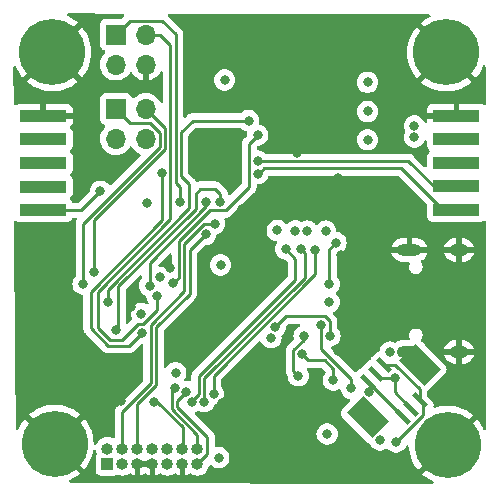
<source format=gbr>
%TF.GenerationSoftware,KiCad,Pcbnew,7.0.5-0*%
%TF.CreationDate,2023-07-12T10:20:26-04:00*%
%TF.ProjectId,stm32g431-mt6701-stspin233,73746d33-3267-4343-9331-2d6d74363730,rev?*%
%TF.SameCoordinates,Original*%
%TF.FileFunction,Copper,L4,Bot*%
%TF.FilePolarity,Positive*%
%FSLAX46Y46*%
G04 Gerber Fmt 4.6, Leading zero omitted, Abs format (unit mm)*
G04 Created by KiCad (PCBNEW 7.0.5-0) date 2023-07-12 10:20:26*
%MOMM*%
%LPD*%
G01*
G04 APERTURE LIST*
G04 Aperture macros list*
%AMRotRect*
0 Rectangle, with rotation*
0 The origin of the aperture is its center*
0 $1 length*
0 $2 width*
0 $3 Rotation angle, in degrees counterclockwise*
0 Add horizontal line*
21,1,$1,$2,0,0,$3*%
G04 Aperture macros list end*
%TA.AperFunction,ComponentPad*%
%ADD10C,5.600000*%
%TD*%
%TA.AperFunction,ComponentPad*%
%ADD11R,1.000000X1.000000*%
%TD*%
%TA.AperFunction,ComponentPad*%
%ADD12O,1.000000X1.000000*%
%TD*%
%TA.AperFunction,ComponentPad*%
%ADD13O,2.100000X1.000000*%
%TD*%
%TA.AperFunction,ComponentPad*%
%ADD14O,1.600000X1.000000*%
%TD*%
%TA.AperFunction,SMDPad,CuDef*%
%ADD15R,4.000000X1.000000*%
%TD*%
%TA.AperFunction,ComponentPad*%
%ADD16R,1.700000X1.700000*%
%TD*%
%TA.AperFunction,ComponentPad*%
%ADD17O,1.700000X1.700000*%
%TD*%
%TA.AperFunction,SMDPad,CuDef*%
%ADD18RotRect,0.400000X1.500000X45.000000*%
%TD*%
%TA.AperFunction,SMDPad,CuDef*%
%ADD19RotRect,2.000000X3.000000X45.000000*%
%TD*%
%TA.AperFunction,SMDPad,CuDef*%
%ADD20RotRect,0.400000X1.500000X225.000000*%
%TD*%
%TA.AperFunction,SMDPad,CuDef*%
%ADD21RotRect,2.000000X3.000000X225.000000*%
%TD*%
%TA.AperFunction,ViaPad*%
%ADD22C,0.800000*%
%TD*%
%TA.AperFunction,Conductor*%
%ADD23C,0.250000*%
%TD*%
G04 APERTURE END LIST*
D10*
%TO.P,H104,1,1*%
%TO.N,GND*%
X145075000Y-83875000D03*
%TD*%
D11*
%TO.P,J201,1,NC*%
%TO.N,unconnected-(J201-NC-Pad1)*%
X116275000Y-85475000D03*
D12*
%TO.P,J201,2,NC*%
%TO.N,unconnected-(J201-NC-Pad2)*%
X116275000Y-84205000D03*
%TO.P,J201,3,VCC*%
%TO.N,+3V3*%
X117545000Y-85475000D03*
%TO.P,J201,4,JTMS/SWDIO*%
%TO.N,/mcu/SDIO*%
X117545000Y-84205000D03*
%TO.P,J201,5,GND*%
%TO.N,GND*%
X118815000Y-85475000D03*
%TO.P,J201,6,JCLK/SWCLK*%
%TO.N,/mcu/SWCLK*%
X118815000Y-84205000D03*
%TO.P,J201,7,GND*%
%TO.N,GND*%
X120085000Y-85475000D03*
%TO.P,J201,8,JTDO/SWO*%
%TO.N,unconnected-(J201-JTDO{slash}SWO-Pad8)*%
X120085000Y-84205000D03*
%TO.P,J201,9,JRCLK/NC*%
%TO.N,unconnected-(J201-JRCLK{slash}NC-Pad9)*%
X121355000Y-85475000D03*
%TO.P,J201,10,JTDI/NC*%
%TO.N,unconnected-(J201-JTDI{slash}NC-Pad10)*%
X121355000Y-84205000D03*
%TO.P,J201,11,GNDDetect*%
%TO.N,GND*%
X122625000Y-85475000D03*
%TO.P,J201,12,~{RST}*%
%TO.N,/mcu/RESET*%
X122625000Y-84205000D03*
%TO.P,J201,13,VCP_RX*%
%TO.N,/UART_TX*%
X123895000Y-85475000D03*
%TO.P,J201,14,VCP_TX*%
%TO.N,/UART_RX*%
X123895000Y-84205000D03*
%TD*%
D10*
%TO.P,H101,1,1*%
%TO.N,GND*%
X144950000Y-50650000D03*
%TD*%
D13*
%TO.P,J601,S1,SHIELD*%
%TO.N,GND*%
X141845000Y-76020000D03*
D14*
X146025000Y-76020000D03*
D13*
X141845000Y-67380000D03*
D14*
X146025000Y-67380000D03*
%TD*%
D10*
%TO.P,H102,1,1*%
%TO.N,GND*%
X111600000Y-50625000D03*
%TD*%
%TO.P,H103,1,1*%
%TO.N,GND*%
X111800000Y-83800000D03*
%TD*%
D15*
%TO.P,J104,6,Pin_6*%
%TO.N,/CAN_H*%
X110833200Y-64002800D03*
%TO.P,J104,7,Pin_7*%
%TO.N,/CAN_L*%
X110833200Y-62002800D03*
%TO.P,J104,8,Pin_8*%
%TO.N,Vmot*%
X110833200Y-60002800D03*
%TO.P,J104,9,Pin_9*%
X110833200Y-58002800D03*
%TO.P,J104,10,Pin_10*%
%TO.N,GND*%
X110833200Y-56002800D03*
%TD*%
D16*
%TO.P,J101,1,Pin_1*%
%TO.N,/I2C_SCL*%
X116985000Y-49135000D03*
D17*
%TO.P,J101,2,Pin_2*%
%TO.N,/I2C_SDA*%
X119525000Y-49135000D03*
%TO.P,J101,3,Pin_3*%
%TO.N,Vmot*%
X116985000Y-51675000D03*
%TO.P,J101,4,Pin_4*%
%TO.N,GND*%
X119525000Y-51675000D03*
%TD*%
D16*
%TO.P,J102,1,Pin_1*%
%TO.N,/UART_TX*%
X116985000Y-55425000D03*
D17*
%TO.P,J102,2,Pin_2*%
%TO.N,/UART_RX*%
X119525000Y-55425000D03*
%TO.P,J102,3,Pin_3*%
%TO.N,Vmot*%
X116985000Y-57965000D03*
%TO.P,J102,4,Pin_4*%
%TO.N,GND*%
X119525000Y-57965000D03*
%TD*%
D18*
%TO.P,J109,1,Pin_1*%
%TO.N,/motor driver/MOT_U*%
X142707107Y-80117893D03*
%TO.P,J109,2,Pin_2*%
%TO.N,/motor driver/MOT_V*%
X142000000Y-80825000D03*
%TO.P,J109,3,Pin_3*%
%TO.N,/motor driver/MOT_W*%
X141292893Y-81532107D03*
D19*
%TO.P,J109,4*%
%TO.N,N/C*%
X138296882Y-81538471D03*
%TO.P,J109,5*%
X142713471Y-77121882D03*
%TD*%
D20*
%TO.P,J110,1,Pin_1*%
%TO.N,/motor driver/MOT_W*%
X138310102Y-78546134D03*
%TO.P,J110,2,Pin_2*%
%TO.N,/motor driver/MOT_V*%
X139017209Y-77839027D03*
%TO.P,J110,3,Pin_3*%
%TO.N,/motor driver/MOT_U*%
X139724316Y-77131920D03*
D21*
%TO.P,J110,4*%
%TO.N,N/C*%
X142720327Y-77125556D03*
%TO.P,J110,5*%
X138303738Y-81542145D03*
%TD*%
D15*
%TO.P,J103,1,Pin_1*%
%TO.N,/CAN_H*%
X145825000Y-64000000D03*
%TO.P,J103,2,Pin_2*%
%TO.N,/CAN_L*%
X145825000Y-62000000D03*
%TO.P,J103,3,Pin_3*%
%TO.N,Vmot*%
X145825000Y-60000000D03*
%TO.P,J103,4,Pin_4*%
X145825000Y-58000000D03*
%TO.P,J103,5,Pin_5*%
%TO.N,GND*%
X145825000Y-56000000D03*
%TD*%
D22*
%TO.N,+3V3*%
X134750000Y-65775000D03*
X133200000Y-65775000D03*
X130112569Y-74793509D03*
X119138314Y-72762394D03*
X130650000Y-65725000D03*
X132175000Y-65750000D03*
X135054575Y-71783425D03*
X125700000Y-84950000D03*
X119600000Y-63425000D03*
X126200000Y-52975000D03*
X122054039Y-77769620D03*
X125850000Y-68650000D03*
X140195511Y-76025138D03*
X120693201Y-69677750D03*
%TO.N,GND*%
X130725000Y-52450000D03*
X136050000Y-67825000D03*
X145350000Y-55975000D03*
X110200000Y-66450000D03*
X146300000Y-56000000D03*
X132325000Y-56625000D03*
X112225000Y-56000000D03*
X132325000Y-57925000D03*
X132325000Y-59125000D03*
X147300000Y-65750000D03*
X139350000Y-86100000D03*
X110250000Y-56000000D03*
X128800000Y-52475000D03*
X128700000Y-85875000D03*
X135800000Y-61275500D03*
X147625000Y-54350000D03*
X109675000Y-74125000D03*
X109675000Y-75975000D03*
X109100000Y-80925000D03*
X114650000Y-86525000D03*
X147275000Y-56000000D03*
X147650000Y-69775000D03*
X111250000Y-55975000D03*
X113812299Y-72162299D03*
X145800000Y-54450000D03*
X124450000Y-73950000D03*
X112325000Y-66475000D03*
X125939193Y-80294416D03*
X146000000Y-80050000D03*
X118288178Y-72236777D03*
X142200000Y-47925000D03*
X128700000Y-82325000D03*
X109250000Y-56000000D03*
X123846221Y-59400129D03*
X126475000Y-73900000D03*
X137687000Y-71750000D03*
X144350000Y-55975000D03*
X131225000Y-83150000D03*
X135819322Y-75914749D03*
X129702122Y-79156515D03*
X146000000Y-78100000D03*
X110550000Y-69900000D03*
X142350000Y-86600000D03*
X121600500Y-68925000D03*
X127675000Y-63925000D03*
X122500000Y-73925000D03*
X142150000Y-53425000D03*
X117400000Y-80125000D03*
X147650000Y-71625000D03*
X114275000Y-47950000D03*
X124500000Y-71975000D03*
X124475000Y-75950000D03*
X108975000Y-54150000D03*
X147675000Y-73600000D03*
X113700000Y-73625000D03*
X133925000Y-79600000D03*
X111750000Y-80100000D03*
%TO.N,/mcu/RESET*%
X120250000Y-80250000D03*
%TO.N,/mcu/~{MOT_SHDN}*%
X135114000Y-74650000D03*
X130484010Y-73865588D03*
%TO.N,Vmot*%
X138300000Y-55650000D03*
X145350000Y-60025000D03*
X138300000Y-53175000D03*
X139357513Y-83457513D03*
X147300000Y-60000000D03*
X109275000Y-60000000D03*
X147300000Y-58000000D03*
X142250000Y-56875000D03*
X146300000Y-58000000D03*
X111250000Y-58000000D03*
X112250000Y-60000000D03*
X109275000Y-57975000D03*
X145350000Y-58000000D03*
X144325000Y-60000000D03*
X111250000Y-60000000D03*
X142250000Y-57825000D03*
X134875000Y-82950000D03*
X110275000Y-58000000D03*
X146300000Y-60025000D03*
X138300000Y-58050000D03*
X112250000Y-58000000D03*
X110275000Y-60000000D03*
X144350000Y-57975000D03*
%TO.N,+5V*%
X135050535Y-70275381D03*
X135625000Y-66750000D03*
%TO.N,/I2C_SCL*%
X122451000Y-63325000D03*
%TO.N,/I2C_SDA*%
X120464674Y-71260326D03*
%TO.N,/UART_TX*%
X122961089Y-79365735D03*
X114200000Y-70275000D03*
%TO.N,/UART_RX*%
X122014225Y-79045650D03*
X115175000Y-69200000D03*
%TO.N,/CAN_H*%
X115675000Y-62400000D03*
X109300000Y-64000000D03*
X129000500Y-60916764D03*
X147300000Y-64000000D03*
%TO.N,/CAN_L*%
X129000500Y-59850000D03*
X147325000Y-62000000D03*
X109275000Y-62000000D03*
%TO.N,/display/TFT_COPI*%
X124650000Y-63300000D03*
X119842851Y-70404319D03*
%TO.N,/motor driver/MOT_U*%
X140700000Y-83650000D03*
%TO.N,/motor driver/MOT_V*%
X140600000Y-78225000D03*
%TO.N,/motor driver/MOT_W*%
X138412015Y-79388386D03*
%TO.N,/mcu/SDIO*%
X125348302Y-65155479D03*
%TO.N,/mcu/SWCLK*%
X124580381Y-66055613D03*
%TO.N,/display/TFT_BL*%
X119159225Y-74424217D03*
X120864410Y-60864410D03*
%TO.N,/encoder/~{ENC_CS}*%
X123450906Y-80253546D03*
X131375000Y-67300000D03*
%TO.N,/display/~{TFT_CS}*%
X129000500Y-57650000D03*
X121855327Y-70212166D03*
%TO.N,/display/TFT_DC*%
X116282131Y-71820445D03*
X128225000Y-56425000D03*
%TO.N,/display/TFT_RESET*%
X125837701Y-63300500D03*
X116964504Y-74144476D03*
%TO.N,/encoder/ENC_SCK*%
X124450000Y-80225000D03*
X132650000Y-67325000D03*
%TO.N,/encoder/ENC_CIPO*%
X133880698Y-67355698D03*
X125260589Y-79560589D03*
%TO.N,/mcu/TIM1_CH3N*%
X132724500Y-76188045D03*
X135389500Y-78399500D03*
%TO.N,/mcu/TIM1_CH1*%
X132427500Y-78025000D03*
X132922955Y-74675000D03*
%TO.N,/mcu/TIM1_CH3*%
X136925000Y-79100500D03*
X134389500Y-73725000D03*
%TD*%
D23*
%TO.N,/mcu/RESET*%
X120250000Y-80250000D02*
X120500000Y-80250000D01*
X122650000Y-84180000D02*
X122625000Y-84205000D01*
X122650000Y-82400000D02*
X122650000Y-84180000D01*
X120500000Y-80250000D02*
X122650000Y-82400000D01*
%TO.N,/mcu/~{MOT_SHDN}*%
X134689805Y-73000000D02*
X135114000Y-73424195D01*
X131349598Y-73000000D02*
X134689805Y-73000000D01*
X130484010Y-73865588D02*
X131349598Y-73000000D01*
X135114000Y-73424195D02*
X135114000Y-74650000D01*
%TO.N,+5V*%
X135050535Y-70275381D02*
X135050535Y-67324465D01*
X135050535Y-67324465D02*
X135625000Y-66750000D01*
%TO.N,/I2C_SCL*%
X122451000Y-62076000D02*
X122050000Y-61675000D01*
X120910000Y-47960000D02*
X118160000Y-47960000D01*
X122050000Y-49100000D02*
X120910000Y-47960000D01*
X122451000Y-63325000D02*
X122451000Y-62076000D01*
X122050000Y-61675000D02*
X122050000Y-49100000D01*
X118160000Y-47960000D02*
X116985000Y-49135000D01*
%TO.N,/I2C_SDA*%
X115450000Y-70936396D02*
X121600000Y-64786396D01*
X119250306Y-73675000D02*
X118825000Y-73675000D01*
X120735000Y-49135000D02*
X119525000Y-49135000D01*
X118825000Y-73675000D02*
X117475000Y-75025000D01*
X120464674Y-71260326D02*
X120464674Y-72460632D01*
X117475000Y-75025000D02*
X116525000Y-75025000D01*
X115450000Y-73950000D02*
X115450000Y-70936396D01*
X116525000Y-75025000D02*
X115450000Y-73950000D01*
X121600000Y-64786396D02*
X121600000Y-50000000D01*
X120464674Y-72460632D02*
X119250306Y-73675000D01*
X121600000Y-50000000D02*
X120735000Y-49135000D01*
%TO.N,/UART_TX*%
X122200000Y-80677208D02*
X124725000Y-83202208D01*
X119871701Y-56650000D02*
X118210000Y-56650000D01*
X114200000Y-65150000D02*
X120700000Y-58650000D01*
X122961089Y-79365735D02*
X122200000Y-80126824D01*
X122200000Y-80126824D02*
X122200000Y-80677208D01*
X124725000Y-83202208D02*
X124725000Y-84645000D01*
X124725000Y-84645000D02*
X123895000Y-85475000D01*
X118210000Y-56650000D02*
X116985000Y-55425000D01*
X120700000Y-57478299D02*
X119871701Y-56650000D01*
X114200000Y-70275000D02*
X114200000Y-65150000D01*
X120700000Y-58650000D02*
X120700000Y-57478299D01*
%TO.N,/UART_RX*%
X115175000Y-69200000D02*
X115175000Y-64811396D01*
X121750000Y-79309875D02*
X121750000Y-80863604D01*
X122014225Y-79045650D02*
X121750000Y-79309875D01*
X115175000Y-64811396D02*
X121150000Y-58836396D01*
X121150000Y-58836396D02*
X121150000Y-57050000D01*
X121750000Y-80863604D02*
X123895000Y-83008604D01*
X121150000Y-57050000D02*
X119525000Y-55425000D01*
X123895000Y-83008604D02*
X123895000Y-84205000D01*
%TO.N,/CAN_H*%
X129000500Y-60916764D02*
X129066764Y-60916764D01*
X114072200Y-64002800D02*
X115675000Y-62400000D01*
X144675000Y-64000000D02*
X145825000Y-64000000D01*
X110833200Y-64002800D02*
X114072200Y-64002800D01*
X141150000Y-60475000D02*
X144675000Y-64000000D01*
X129066764Y-60916764D02*
X129508528Y-60475000D01*
X129508528Y-60475000D02*
X141150000Y-60475000D01*
%TO.N,/CAN_L*%
X143900000Y-62000000D02*
X145825000Y-62000000D01*
X129000500Y-59850000D02*
X141750000Y-59850000D01*
X141750000Y-59850000D02*
X143900000Y-62000000D01*
%TO.N,/display/TFT_COPI*%
X119842851Y-68452733D02*
X119842851Y-70404319D01*
X124650000Y-63300000D02*
X124650000Y-63645584D01*
X124650000Y-63645584D02*
X119842851Y-68452733D01*
%TO.N,/motor driver/MOT_U*%
X139724316Y-77131920D02*
X140656920Y-77131920D01*
X141816422Y-82528858D02*
X142996751Y-81348529D01*
X140656920Y-77131920D02*
X142707107Y-79182107D01*
X141816422Y-82533578D02*
X141816422Y-82528858D01*
X140700000Y-83650000D02*
X141816422Y-82533578D01*
X142996751Y-80407537D02*
X142707107Y-80117893D01*
X142707107Y-79182107D02*
X142707107Y-80117893D01*
X142996751Y-81348529D02*
X142996751Y-80407537D01*
%TO.N,/motor driver/MOT_V*%
X140600000Y-78225000D02*
X139403182Y-78225000D01*
X139403182Y-78225000D02*
X139017209Y-77839027D01*
X140600000Y-78225000D02*
X140600000Y-79425000D01*
X140600000Y-79425000D02*
X142000000Y-80825000D01*
%TO.N,/motor driver/MOT_W*%
X138310102Y-78546134D02*
X138310102Y-78549316D01*
X138310102Y-78549316D02*
X141292893Y-81532107D01*
X138412015Y-79388386D02*
X138782184Y-79018216D01*
X138782184Y-79018216D02*
X138310102Y-78546134D01*
%TO.N,/mcu/SDIO*%
X125348302Y-65155479D02*
X124455917Y-65155479D01*
X122775000Y-70875000D02*
X119950000Y-73700000D01*
X119950000Y-78663299D02*
X117545000Y-81068299D01*
X119950000Y-73700000D02*
X119950000Y-78663299D01*
X124455917Y-65155479D02*
X122775000Y-66836396D01*
X122775000Y-66836396D02*
X122775000Y-70875000D01*
X117545000Y-81068299D02*
X117545000Y-84205000D01*
%TO.N,/mcu/SWCLK*%
X124580381Y-66055613D02*
X123225000Y-67410994D01*
X120400000Y-73900000D02*
X120400000Y-78849695D01*
X120400000Y-78849695D02*
X118815000Y-80434695D01*
X123225000Y-71075000D02*
X120400000Y-73900000D01*
X123225000Y-67410994D02*
X123225000Y-71075000D01*
X118815000Y-80434695D02*
X118815000Y-84205000D01*
%TO.N,/display/TFT_BL*%
X114850000Y-70900000D02*
X114850000Y-73986396D01*
X114850000Y-73986396D02*
X116338604Y-75475000D01*
X120875500Y-64874500D02*
X114850000Y-70900000D01*
X118108442Y-75475000D02*
X119159225Y-74424217D01*
X120864410Y-60864410D02*
X120875500Y-60875500D01*
X120875500Y-60875500D02*
X120875500Y-64874500D01*
X116338604Y-75475000D02*
X118108442Y-75475000D01*
%TO.N,/encoder/~{ENC_CS}*%
X123450906Y-80149094D02*
X124000000Y-79600000D01*
X124000000Y-78052208D02*
X132175000Y-69877208D01*
X124000000Y-79600000D02*
X124000000Y-78052208D01*
X123450906Y-80253546D02*
X123450906Y-80149094D01*
X132175000Y-69877208D02*
X132175000Y-68100000D01*
X132175000Y-68100000D02*
X131375000Y-67300000D01*
%TO.N,/display/~{TFT_CS}*%
X128275000Y-62025000D02*
X128275000Y-58375500D01*
X122325000Y-66650000D02*
X124950000Y-64025000D01*
X124950000Y-64025000D02*
X126275000Y-64025000D01*
X126275000Y-64025000D02*
X128275000Y-62025000D01*
X128275000Y-58375500D02*
X129000500Y-57650000D01*
X121855327Y-70212166D02*
X122325000Y-69742493D01*
X122325000Y-69742493D02*
X122325000Y-66650000D01*
%TO.N,/display/TFT_DC*%
X122500000Y-57400000D02*
X123475000Y-56425000D01*
X123200000Y-63822792D02*
X123200000Y-61825000D01*
X116282131Y-70740661D02*
X123200000Y-63822792D01*
X122500000Y-61125000D02*
X122500000Y-57400000D01*
X116282131Y-71820445D02*
X116282131Y-70740661D01*
X123200000Y-61825000D02*
X122500000Y-61125000D01*
X123475000Y-56425000D02*
X128225000Y-56425000D01*
%TO.N,/display/TFT_RESET*%
X117200000Y-73908980D02*
X117200000Y-70459188D01*
X123750000Y-62600000D02*
X124150000Y-62200000D01*
X123750000Y-63909188D02*
X123750000Y-62600000D01*
X116964504Y-74144476D02*
X117200000Y-73908980D01*
X117200000Y-70459188D02*
X123750000Y-63909188D01*
X125837701Y-62662701D02*
X125837701Y-63300500D01*
X125375000Y-62200000D02*
X125837701Y-62662701D01*
X124150000Y-62200000D02*
X125375000Y-62200000D01*
%TO.N,/encoder/ENC_SCK*%
X132975000Y-67650000D02*
X132975000Y-69713604D01*
X124450000Y-78238604D02*
X124450000Y-80225000D01*
X132975000Y-69713604D02*
X124450000Y-78238604D01*
X132650000Y-67325000D02*
X132975000Y-67650000D01*
%TO.N,/encoder/ENC_CIPO*%
X125260589Y-78064411D02*
X125260589Y-79560589D01*
X133880698Y-67355698D02*
X133880698Y-69444302D01*
X133880698Y-69444302D02*
X125260589Y-78064411D01*
%TO.N,/mcu/TIM1_CH3N*%
X135389500Y-78399500D02*
X135389500Y-77425896D01*
X134688604Y-76725000D02*
X133261455Y-76725000D01*
X135389500Y-77425896D02*
X134688604Y-76725000D01*
X133261455Y-76725000D02*
X132724500Y-76188045D01*
%TO.N,/mcu/TIM1_CH1*%
X132922955Y-74964285D02*
X132000000Y-75887240D01*
X132000000Y-77597500D02*
X132427500Y-78025000D01*
X132922955Y-74675000D02*
X132922955Y-74964285D01*
X132000000Y-75887240D02*
X132000000Y-77597500D01*
%TO.N,/mcu/TIM1_CH3*%
X136925000Y-78325000D02*
X134389500Y-75789500D01*
X134389500Y-75789500D02*
X134389500Y-73725000D01*
X136925000Y-79100500D02*
X136925000Y-78325000D01*
%TD*%
%TA.AperFunction,Conductor*%
%TO.N,GND*%
G36*
X132549873Y-73645185D02*
G01*
X132595628Y-73697989D01*
X132605572Y-73767147D01*
X132576547Y-73830703D01*
X132533270Y-73862779D01*
X132470225Y-73890848D01*
X132470220Y-73890851D01*
X132317084Y-74002111D01*
X132190421Y-74142785D01*
X132095776Y-74306715D01*
X132095773Y-74306722D01*
X132045405Y-74461740D01*
X132037281Y-74486744D01*
X132020123Y-74650000D01*
X132017495Y-74675000D01*
X132037281Y-74863256D01*
X132037281Y-74863257D01*
X132038842Y-74868059D01*
X132040836Y-74937901D01*
X132008591Y-74994056D01*
X131616208Y-75386439D01*
X131603951Y-75396260D01*
X131604134Y-75396481D01*
X131598122Y-75401454D01*
X131551432Y-75451172D01*
X131550079Y-75452569D01*
X131529889Y-75472759D01*
X131529877Y-75472772D01*
X131525621Y-75478257D01*
X131521837Y-75482687D01*
X131489937Y-75516658D01*
X131489936Y-75516660D01*
X131480284Y-75534216D01*
X131469610Y-75550466D01*
X131457329Y-75566301D01*
X131457324Y-75566308D01*
X131438815Y-75609078D01*
X131436245Y-75614324D01*
X131413803Y-75655146D01*
X131408822Y-75674547D01*
X131402521Y-75692950D01*
X131394562Y-75711342D01*
X131394561Y-75711345D01*
X131387271Y-75757367D01*
X131386087Y-75763086D01*
X131374501Y-75808212D01*
X131374500Y-75808222D01*
X131374500Y-75828256D01*
X131372973Y-75847653D01*
X131369840Y-75867436D01*
X131372794Y-75898689D01*
X131374225Y-75913823D01*
X131374500Y-75919661D01*
X131374500Y-77514754D01*
X131372775Y-77530372D01*
X131373061Y-77530399D01*
X131372326Y-77538166D01*
X131374468Y-77606345D01*
X131374499Y-77608290D01*
X131374499Y-77636851D01*
X131375368Y-77643732D01*
X131375826Y-77649551D01*
X131377290Y-77696124D01*
X131377291Y-77696127D01*
X131382880Y-77715367D01*
X131386824Y-77734411D01*
X131389336Y-77754292D01*
X131399234Y-77779292D01*
X131406490Y-77797619D01*
X131408382Y-77803147D01*
X131418948Y-77839515D01*
X131421382Y-77847890D01*
X131427312Y-77857918D01*
X131431580Y-77865134D01*
X131440138Y-77882603D01*
X131447514Y-77901232D01*
X131474898Y-77938923D01*
X131478106Y-77943807D01*
X131505800Y-77990633D01*
X131503500Y-77991992D01*
X131523905Y-78042747D01*
X131541826Y-78213256D01*
X131541827Y-78213259D01*
X131600318Y-78393277D01*
X131600321Y-78393284D01*
X131694967Y-78557216D01*
X131737644Y-78604613D01*
X131821629Y-78697888D01*
X131974765Y-78809148D01*
X131974770Y-78809151D01*
X132147692Y-78886142D01*
X132147697Y-78886144D01*
X132332854Y-78925500D01*
X132332855Y-78925500D01*
X132522144Y-78925500D01*
X132522146Y-78925500D01*
X132707303Y-78886144D01*
X132880230Y-78809151D01*
X133033371Y-78697888D01*
X133160033Y-78557216D01*
X133254679Y-78393284D01*
X133313174Y-78213256D01*
X133332960Y-78025000D01*
X133313174Y-77836744D01*
X133254679Y-77656716D01*
X133185485Y-77536869D01*
X133169013Y-77468971D01*
X133191866Y-77402944D01*
X133246787Y-77359753D01*
X133281207Y-77351421D01*
X133288042Y-77350775D01*
X133293878Y-77350500D01*
X134378152Y-77350500D01*
X134445191Y-77370185D01*
X134465833Y-77386819D01*
X134710844Y-77631830D01*
X134744329Y-77693153D01*
X134739345Y-77762845D01*
X134715314Y-77802482D01*
X134656966Y-77867285D01*
X134562321Y-78031215D01*
X134562318Y-78031222D01*
X134503827Y-78211240D01*
X134503826Y-78211244D01*
X134484040Y-78399500D01*
X134503826Y-78587756D01*
X134503827Y-78587759D01*
X134562318Y-78767777D01*
X134562321Y-78767784D01*
X134656967Y-78931716D01*
X134697456Y-78976683D01*
X134783629Y-79072388D01*
X134936765Y-79183648D01*
X134936770Y-79183651D01*
X135109692Y-79260642D01*
X135109697Y-79260644D01*
X135294854Y-79300000D01*
X135294855Y-79300000D01*
X135484144Y-79300000D01*
X135484146Y-79300000D01*
X135669303Y-79260644D01*
X135842230Y-79183651D01*
X135842233Y-79183648D01*
X135847863Y-79180399D01*
X135848619Y-79181709D01*
X135907115Y-79160830D01*
X135975171Y-79176647D01*
X136023872Y-79226747D01*
X136037529Y-79271663D01*
X136039325Y-79288753D01*
X136039326Y-79288757D01*
X136097818Y-79468777D01*
X136097821Y-79468784D01*
X136192467Y-79632716D01*
X136269063Y-79717784D01*
X136319129Y-79773388D01*
X136472265Y-79884648D01*
X136472270Y-79884651D01*
X136645191Y-79961642D01*
X136645193Y-79961642D01*
X136645197Y-79961644D01*
X136751180Y-79984171D01*
X136812658Y-80017362D01*
X136846435Y-80078524D01*
X136841783Y-80148239D01*
X136813077Y-80193141D01*
X136141361Y-80864858D01*
X136141352Y-80864868D01*
X136103737Y-80911543D01*
X136043950Y-81042457D01*
X136043949Y-81042461D01*
X136023469Y-81184917D01*
X136043949Y-81327373D01*
X136043950Y-81327377D01*
X136103736Y-81458288D01*
X136103739Y-81458293D01*
X136141353Y-81504968D01*
X136141359Y-81504975D01*
X138330376Y-83693991D01*
X138330386Y-83694000D01*
X138377059Y-83731613D01*
X138377114Y-83731646D01*
X138383863Y-83735254D01*
X138383912Y-83735284D01*
X138383918Y-83735289D01*
X138475740Y-83777223D01*
X138528544Y-83822978D01*
X138531615Y-83828017D01*
X138624979Y-83989727D01*
X138624978Y-83989727D01*
X138751642Y-84130401D01*
X138904778Y-84241661D01*
X138904783Y-84241664D01*
X139077705Y-84318655D01*
X139077710Y-84318657D01*
X139262867Y-84358013D01*
X139262868Y-84358013D01*
X139452157Y-84358013D01*
X139452159Y-84358013D01*
X139637316Y-84318657D01*
X139810243Y-84241664D01*
X139847320Y-84214725D01*
X139913125Y-84191245D01*
X139981180Y-84207070D01*
X140012355Y-84232070D01*
X140094128Y-84322887D01*
X140094129Y-84322888D01*
X140247265Y-84434148D01*
X140247270Y-84434151D01*
X140420192Y-84511142D01*
X140420197Y-84511144D01*
X140605354Y-84550500D01*
X140605355Y-84550500D01*
X140794644Y-84550500D01*
X140794646Y-84550500D01*
X140979803Y-84511144D01*
X141152730Y-84434151D01*
X141305871Y-84322888D01*
X141432533Y-84182216D01*
X141527179Y-84018284D01*
X141536354Y-83990044D01*
X141575789Y-83932371D01*
X141640147Y-83905171D01*
X141708993Y-83917083D01*
X141760470Y-83964326D01*
X141778103Y-84021648D01*
X141789526Y-84232315D01*
X141789527Y-84232331D01*
X141847415Y-84585431D01*
X141847421Y-84585457D01*
X141943147Y-84930232D01*
X141943149Y-84930239D01*
X142075597Y-85262659D01*
X142075606Y-85262677D01*
X142243218Y-85578827D01*
X142444033Y-85875007D01*
X142571441Y-86025003D01*
X142571442Y-86025004D01*
X143777266Y-84819179D01*
X143940130Y-85009870D01*
X144130818Y-85172732D01*
X142922255Y-86381295D01*
X142922256Y-86381296D01*
X142935485Y-86393828D01*
X142935486Y-86393829D01*
X143220367Y-86610388D01*
X143220370Y-86610390D01*
X143526990Y-86794876D01*
X143813444Y-86927404D01*
X143866022Y-86973418D01*
X143885376Y-87040554D01*
X143865362Y-87107495D01*
X143812333Y-87152990D01*
X143761032Y-87163943D01*
X113135759Y-87078541D01*
X113068775Y-87058669D01*
X113023167Y-87005738D01*
X113013417Y-86936552D01*
X113042619Y-86873077D01*
X113084039Y-86842002D01*
X113348009Y-86719876D01*
X113654629Y-86535390D01*
X113654632Y-86535388D01*
X113939504Y-86318836D01*
X113952742Y-86306294D01*
X112744180Y-85097733D01*
X112934870Y-84934870D01*
X113097733Y-84744180D01*
X114303556Y-85950003D01*
X114430964Y-85800008D01*
X114430975Y-85799994D01*
X114631781Y-85503827D01*
X114799393Y-85187677D01*
X114799402Y-85187659D01*
X114931850Y-84855239D01*
X114931852Y-84855232D01*
X115027578Y-84510457D01*
X115027581Y-84510446D01*
X115044900Y-84404804D01*
X115075171Y-84341832D01*
X115134682Y-84305222D01*
X115204538Y-84306598D01*
X115262561Y-84345522D01*
X115286434Y-84395536D01*
X115287208Y-84395302D01*
X115288752Y-84400393D01*
X115288884Y-84400669D01*
X115288975Y-84401127D01*
X115288975Y-84401129D01*
X115288976Y-84401132D01*
X115322348Y-84511144D01*
X115346187Y-84589729D01*
X115347321Y-84591850D01*
X115347580Y-84593094D01*
X115348518Y-84595359D01*
X115348088Y-84595536D01*
X115361564Y-84660253D01*
X115337233Y-84724614D01*
X115331205Y-84732666D01*
X115331202Y-84732671D01*
X115280908Y-84867517D01*
X115274501Y-84927116D01*
X115274500Y-84927135D01*
X115274500Y-86022870D01*
X115274501Y-86022876D01*
X115280908Y-86082483D01*
X115331202Y-86217328D01*
X115331206Y-86217335D01*
X115417452Y-86332544D01*
X115417455Y-86332547D01*
X115532664Y-86418793D01*
X115532671Y-86418797D01*
X115667517Y-86469091D01*
X115667516Y-86469091D01*
X115674444Y-86469835D01*
X115727127Y-86475500D01*
X116822872Y-86475499D01*
X116882483Y-86469091D01*
X117017331Y-86418796D01*
X117025379Y-86412770D01*
X117090842Y-86388351D01*
X117154474Y-86401895D01*
X117154645Y-86401483D01*
X117156875Y-86402406D01*
X117158146Y-86402677D01*
X117160273Y-86403814D01*
X117348868Y-86461024D01*
X117545000Y-86480341D01*
X117741132Y-86461024D01*
X117929727Y-86403814D01*
X118103538Y-86310910D01*
X118103544Y-86310904D01*
X118108607Y-86307523D01*
X118109624Y-86309045D01*
X118166021Y-86285084D01*
X118234890Y-86296866D01*
X118251424Y-86307489D01*
X118251678Y-86307110D01*
X118256738Y-86310491D01*
X118430465Y-86403349D01*
X118565000Y-86444159D01*
X119064999Y-86444159D01*
X119199538Y-86403348D01*
X119373258Y-86310493D01*
X119378328Y-86307106D01*
X119379369Y-86308665D01*
X119435616Y-86284762D01*
X119504487Y-86296538D01*
X119521457Y-86307440D01*
X119521678Y-86307110D01*
X119526738Y-86310491D01*
X119700465Y-86403349D01*
X119835000Y-86444159D01*
X119835000Y-85725000D01*
X119065000Y-85725000D01*
X119064999Y-86444159D01*
X118565000Y-86444159D01*
X118564999Y-85682672D01*
X118602871Y-85727805D01*
X118702129Y-85785112D01*
X118786564Y-85800000D01*
X118843436Y-85800000D01*
X118927871Y-85785112D01*
X119027129Y-85727805D01*
X119100801Y-85640007D01*
X119140000Y-85532306D01*
X119140000Y-85417694D01*
X119100801Y-85309993D01*
X119029483Y-85225000D01*
X119870517Y-85225000D01*
X119799199Y-85309993D01*
X119760000Y-85417694D01*
X119760000Y-85532306D01*
X119799199Y-85640007D01*
X119872871Y-85727805D01*
X119972129Y-85785112D01*
X120056564Y-85800000D01*
X120113436Y-85800000D01*
X120197871Y-85785112D01*
X120297129Y-85727805D01*
X120334999Y-85682672D01*
X120335000Y-86444159D01*
X120469534Y-86403349D01*
X120643259Y-86310492D01*
X120648320Y-86307111D01*
X120649444Y-86308793D01*
X120705203Y-86285086D01*
X120774075Y-86296851D01*
X120791186Y-86307843D01*
X120791399Y-86307526D01*
X120796457Y-86310906D01*
X120796462Y-86310910D01*
X120928143Y-86381295D01*
X120968147Y-86402678D01*
X120970273Y-86403814D01*
X121158868Y-86461024D01*
X121355000Y-86480341D01*
X121551132Y-86461024D01*
X121739727Y-86403814D01*
X121913538Y-86310910D01*
X121913544Y-86310904D01*
X121918607Y-86307523D01*
X121919624Y-86309045D01*
X121976021Y-86285084D01*
X122044890Y-86296866D01*
X122061424Y-86307489D01*
X122061678Y-86307110D01*
X122066738Y-86310491D01*
X122240465Y-86403349D01*
X122375000Y-86444159D01*
X122375000Y-85682672D01*
X122412871Y-85727805D01*
X122512129Y-85785112D01*
X122596564Y-85800000D01*
X122653436Y-85800000D01*
X122737871Y-85785112D01*
X122837129Y-85727805D01*
X122874999Y-85682672D01*
X122874999Y-86444159D01*
X123009534Y-86403349D01*
X123183259Y-86310492D01*
X123188320Y-86307111D01*
X123189444Y-86308793D01*
X123245203Y-86285086D01*
X123314075Y-86296851D01*
X123331186Y-86307843D01*
X123331399Y-86307526D01*
X123336457Y-86310906D01*
X123336462Y-86310910D01*
X123468143Y-86381295D01*
X123508147Y-86402678D01*
X123510273Y-86403814D01*
X123698868Y-86461024D01*
X123895000Y-86480341D01*
X124091132Y-86461024D01*
X124279727Y-86403814D01*
X124281853Y-86402678D01*
X124413060Y-86332546D01*
X124453538Y-86310910D01*
X124605883Y-86185883D01*
X124730910Y-86033538D01*
X124823814Y-85859727D01*
X124881024Y-85671132D01*
X124881024Y-85671128D01*
X124881889Y-85668278D01*
X124920187Y-85609839D01*
X124983999Y-85581383D01*
X125053066Y-85591943D01*
X125089169Y-85618685D01*
X125089300Y-85618540D01*
X125090817Y-85619906D01*
X125092699Y-85621300D01*
X125094128Y-85622887D01*
X125094129Y-85622888D01*
X125247265Y-85734148D01*
X125247270Y-85734151D01*
X125420192Y-85811142D01*
X125420197Y-85811144D01*
X125605354Y-85850500D01*
X125605355Y-85850500D01*
X125794644Y-85850500D01*
X125794646Y-85850500D01*
X125979803Y-85811144D01*
X126152730Y-85734151D01*
X126305871Y-85622888D01*
X126432533Y-85482216D01*
X126527179Y-85318284D01*
X126585674Y-85138256D01*
X126605460Y-84950000D01*
X126585674Y-84761744D01*
X126527179Y-84581716D01*
X126432533Y-84417784D01*
X126305871Y-84277112D01*
X126257081Y-84241664D01*
X126152734Y-84165851D01*
X126152729Y-84165848D01*
X125979807Y-84088857D01*
X125979802Y-84088855D01*
X125834001Y-84057865D01*
X125794646Y-84049500D01*
X125605354Y-84049500D01*
X125500280Y-84071834D01*
X125430613Y-84066517D01*
X125374880Y-84024379D01*
X125350775Y-83958799D01*
X125350500Y-83950543D01*
X125350500Y-83284945D01*
X125352224Y-83269331D01*
X125351938Y-83269304D01*
X125352672Y-83261541D01*
X125350531Y-83193379D01*
X125350500Y-83191432D01*
X125350500Y-83162859D01*
X125350500Y-83162858D01*
X125349629Y-83155967D01*
X125349172Y-83150153D01*
X125348798Y-83138259D01*
X125347709Y-83103581D01*
X125343637Y-83089568D01*
X125342122Y-83084352D01*
X125338174Y-83065292D01*
X125335664Y-83045416D01*
X125318507Y-83002083D01*
X125316619Y-82996567D01*
X125303619Y-82951820D01*
X125302543Y-82950000D01*
X133969540Y-82950000D01*
X133989326Y-83138256D01*
X133989327Y-83138259D01*
X134047818Y-83318277D01*
X134047821Y-83318284D01*
X134142467Y-83482216D01*
X134153183Y-83494117D01*
X134269129Y-83622888D01*
X134422265Y-83734148D01*
X134422270Y-83734151D01*
X134595192Y-83811142D01*
X134595197Y-83811144D01*
X134780354Y-83850500D01*
X134780355Y-83850500D01*
X134969644Y-83850500D01*
X134969646Y-83850500D01*
X135154803Y-83811144D01*
X135327730Y-83734151D01*
X135480871Y-83622888D01*
X135607533Y-83482216D01*
X135702179Y-83318284D01*
X135760674Y-83138256D01*
X135780460Y-82950000D01*
X135760674Y-82761744D01*
X135702179Y-82581716D01*
X135607533Y-82417784D01*
X135480871Y-82277112D01*
X135476043Y-82273604D01*
X135327734Y-82165851D01*
X135327729Y-82165848D01*
X135154807Y-82088857D01*
X135154802Y-82088855D01*
X135009000Y-82057865D01*
X134969646Y-82049500D01*
X134780354Y-82049500D01*
X134747897Y-82056398D01*
X134595197Y-82088855D01*
X134595192Y-82088857D01*
X134422270Y-82165848D01*
X134422265Y-82165851D01*
X134269129Y-82277111D01*
X134142466Y-82417785D01*
X134047821Y-82581715D01*
X134047818Y-82581722D01*
X133989327Y-82761740D01*
X133989326Y-82761744D01*
X133969540Y-82950000D01*
X125302543Y-82950000D01*
X125293418Y-82934571D01*
X125284860Y-82917102D01*
X125277486Y-82898476D01*
X125277483Y-82898472D01*
X125277483Y-82898471D01*
X125250098Y-82860779D01*
X125246890Y-82855895D01*
X125223172Y-82815790D01*
X125223163Y-82815779D01*
X125209005Y-82801621D01*
X125196370Y-82786828D01*
X125184593Y-82770620D01*
X125148693Y-82740921D01*
X125144381Y-82736998D01*
X123713923Y-81306541D01*
X123680439Y-81245218D01*
X123685423Y-81175526D01*
X123727295Y-81119593D01*
X123751169Y-81105581D01*
X123809951Y-81079408D01*
X123903636Y-81037697D01*
X123905649Y-81036234D01*
X123907016Y-81035746D01*
X123909265Y-81034448D01*
X123909502Y-81034859D01*
X123971451Y-81012750D01*
X124028976Y-81023267D01*
X124170197Y-81086144D01*
X124355354Y-81125500D01*
X124355355Y-81125500D01*
X124544644Y-81125500D01*
X124544646Y-81125500D01*
X124729803Y-81086144D01*
X124902730Y-81009151D01*
X125055871Y-80897888D01*
X125182533Y-80757216D01*
X125277179Y-80593284D01*
X125295405Y-80537189D01*
X125334840Y-80479517D01*
X125387554Y-80454219D01*
X125540392Y-80421733D01*
X125713319Y-80344740D01*
X125866460Y-80233477D01*
X125993122Y-80092805D01*
X126087768Y-79928873D01*
X126146263Y-79748845D01*
X126166049Y-79560589D01*
X126146263Y-79372333D01*
X126087768Y-79192305D01*
X125993122Y-79028373D01*
X125937740Y-78966866D01*
X125917938Y-78944873D01*
X125887708Y-78881882D01*
X125886088Y-78861901D01*
X125886088Y-78617835D01*
X125886088Y-78374859D01*
X125905773Y-78307824D01*
X125922402Y-78287187D01*
X129084620Y-75124969D01*
X129145941Y-75091486D01*
X129215633Y-75096470D01*
X129271566Y-75138342D01*
X129282056Y-75156213D01*
X129282141Y-75156165D01*
X129285389Y-75161791D01*
X129285390Y-75161793D01*
X129380036Y-75325725D01*
X129490779Y-75448717D01*
X129506698Y-75466397D01*
X129659834Y-75577657D01*
X129659839Y-75577660D01*
X129832761Y-75654651D01*
X129832766Y-75654653D01*
X130017923Y-75694009D01*
X130017924Y-75694009D01*
X130207213Y-75694009D01*
X130207215Y-75694009D01*
X130392372Y-75654653D01*
X130565299Y-75577660D01*
X130718440Y-75466397D01*
X130845102Y-75325725D01*
X130939748Y-75161793D01*
X130998243Y-74981765D01*
X131018029Y-74793509D01*
X131005706Y-74676265D01*
X131018275Y-74607538D01*
X131056142Y-74562988D01*
X131089881Y-74538476D01*
X131216543Y-74397804D01*
X131311189Y-74233872D01*
X131369684Y-74053844D01*
X131387331Y-73885932D01*
X131413914Y-73821322D01*
X131422951Y-73811236D01*
X131572371Y-73661816D01*
X131633694Y-73628334D01*
X131660051Y-73625500D01*
X132482834Y-73625500D01*
X132549873Y-73645185D01*
G37*
%TD.AperFunction*%
%TA.AperFunction,Conductor*%
G36*
X113626979Y-64647985D02*
G01*
X113672734Y-64700789D01*
X113682678Y-64769947D01*
X113660614Y-64821951D01*
X113661296Y-64822354D01*
X113658282Y-64827449D01*
X113657924Y-64828294D01*
X113657329Y-64829060D01*
X113657324Y-64829068D01*
X113638815Y-64871838D01*
X113636245Y-64877084D01*
X113613803Y-64917906D01*
X113608822Y-64937307D01*
X113602521Y-64955710D01*
X113594562Y-64974102D01*
X113594561Y-64974105D01*
X113587271Y-65020127D01*
X113586087Y-65025846D01*
X113574501Y-65070972D01*
X113574500Y-65070982D01*
X113574500Y-65091016D01*
X113572973Y-65110415D01*
X113569840Y-65130194D01*
X113569840Y-65130195D01*
X113574225Y-65176583D01*
X113574500Y-65182421D01*
X113574500Y-69576312D01*
X113554815Y-69643351D01*
X113542650Y-69659284D01*
X113467466Y-69742784D01*
X113372821Y-69906715D01*
X113372818Y-69906722D01*
X113314327Y-70086740D01*
X113314326Y-70086744D01*
X113294540Y-70275000D01*
X113314326Y-70463256D01*
X113314327Y-70463259D01*
X113372818Y-70643277D01*
X113372821Y-70643284D01*
X113467467Y-70807216D01*
X113571914Y-70923216D01*
X113594129Y-70947888D01*
X113747265Y-71059148D01*
X113747270Y-71059151D01*
X113920192Y-71136142D01*
X113920197Y-71136144D01*
X114105354Y-71175500D01*
X114105355Y-71175500D01*
X114111822Y-71176180D01*
X114111552Y-71178745D01*
X114167539Y-71195185D01*
X114213294Y-71247989D01*
X114224500Y-71299500D01*
X114224499Y-73903651D01*
X114222776Y-73919268D01*
X114223061Y-73919295D01*
X114222326Y-73927062D01*
X114224469Y-73995242D01*
X114224500Y-73997189D01*
X114224500Y-74025739D01*
X114224501Y-74025756D01*
X114225368Y-74032627D01*
X114225826Y-74038446D01*
X114227290Y-74085020D01*
X114227291Y-74085023D01*
X114232880Y-74104263D01*
X114236824Y-74123307D01*
X114239285Y-74142784D01*
X114239336Y-74143187D01*
X114256490Y-74186515D01*
X114258382Y-74192043D01*
X114271381Y-74236784D01*
X114281580Y-74254030D01*
X114290138Y-74271499D01*
X114297514Y-74290128D01*
X114324898Y-74327819D01*
X114328106Y-74332703D01*
X114351827Y-74372812D01*
X114351833Y-74372820D01*
X114365990Y-74386976D01*
X114378628Y-74401772D01*
X114390405Y-74417982D01*
X114390406Y-74417983D01*
X114426309Y-74447684D01*
X114430620Y-74451606D01*
X115490155Y-75511142D01*
X115837801Y-75858788D01*
X115847626Y-75871051D01*
X115847847Y-75870869D01*
X115852815Y-75876874D01*
X115902536Y-75923566D01*
X115903936Y-75924923D01*
X115924127Y-75945115D01*
X115924131Y-75945118D01*
X115924133Y-75945120D01*
X115929615Y-75949373D01*
X115934047Y-75953157D01*
X115968022Y-75985062D01*
X115985580Y-75994714D01*
X116001837Y-76005393D01*
X116017668Y-76017673D01*
X116037341Y-76026186D01*
X116060437Y-76036182D01*
X116065681Y-76038750D01*
X116106512Y-76061197D01*
X116119127Y-76064435D01*
X116125909Y-76066177D01*
X116144323Y-76072481D01*
X116162708Y-76080438D01*
X116208761Y-76087732D01*
X116214430Y-76088906D01*
X116259585Y-76100500D01*
X116279620Y-76100500D01*
X116299017Y-76102026D01*
X116318800Y-76105160D01*
X116365187Y-76100775D01*
X116371026Y-76100500D01*
X118025699Y-76100500D01*
X118041319Y-76102224D01*
X118041346Y-76101939D01*
X118049108Y-76102673D01*
X118049108Y-76102672D01*
X118049109Y-76102673D01*
X118052441Y-76102568D01*
X118117289Y-76100531D01*
X118119236Y-76100500D01*
X118147789Y-76100500D01*
X118147792Y-76100500D01*
X118154670Y-76099630D01*
X118160483Y-76099172D01*
X118207069Y-76097709D01*
X118226311Y-76092117D01*
X118245354Y-76088174D01*
X118265234Y-76085664D01*
X118308564Y-76068507D01*
X118314088Y-76066617D01*
X118317838Y-76065527D01*
X118358832Y-76053618D01*
X118376071Y-76043422D01*
X118393545Y-76034862D01*
X118412169Y-76027488D01*
X118412169Y-76027487D01*
X118412174Y-76027486D01*
X118449891Y-76000082D01*
X118454747Y-75996892D01*
X118494862Y-75973170D01*
X118509031Y-75958999D01*
X118523821Y-75946368D01*
X118540029Y-75934594D01*
X118569741Y-75898676D01*
X118573654Y-75894376D01*
X119106995Y-75361036D01*
X119168319Y-75327551D01*
X119194677Y-75324717D01*
X119200500Y-75324717D01*
X119267539Y-75344402D01*
X119313294Y-75397206D01*
X119324500Y-75448717D01*
X119324500Y-78352845D01*
X119304815Y-78419884D01*
X119288181Y-78440526D01*
X117161208Y-80567498D01*
X117148951Y-80577319D01*
X117149134Y-80577540D01*
X117143122Y-80582513D01*
X117096432Y-80632231D01*
X117095079Y-80633628D01*
X117074889Y-80653818D01*
X117074877Y-80653831D01*
X117070621Y-80659316D01*
X117066837Y-80663746D01*
X117034937Y-80697717D01*
X117034936Y-80697719D01*
X117025284Y-80715275D01*
X117014610Y-80731525D01*
X117002329Y-80747360D01*
X117002324Y-80747367D01*
X116983815Y-80790137D01*
X116981245Y-80795383D01*
X116958803Y-80836205D01*
X116953822Y-80855606D01*
X116947521Y-80874009D01*
X116939562Y-80892401D01*
X116939561Y-80892404D01*
X116932271Y-80938426D01*
X116931087Y-80944145D01*
X116919501Y-80989271D01*
X116919500Y-80989281D01*
X116919500Y-81009315D01*
X116917973Y-81028715D01*
X116914839Y-81048493D01*
X116919224Y-81094879D01*
X116919499Y-81100716D01*
X116919499Y-83208156D01*
X116899814Y-83275195D01*
X116847010Y-83320950D01*
X116777852Y-83330894D01*
X116737048Y-83317515D01*
X116697551Y-83296403D01*
X116659730Y-83276187D01*
X116471129Y-83218975D01*
X116275000Y-83199659D01*
X116078870Y-83218975D01*
X115890266Y-83276188D01*
X115716467Y-83369086D01*
X115716460Y-83369090D01*
X115564116Y-83494116D01*
X115439090Y-83646460D01*
X115439086Y-83646467D01*
X115346185Y-83820273D01*
X115343856Y-83825897D01*
X115342291Y-83825248D01*
X115308415Y-83876912D01*
X115244595Y-83905351D01*
X115175530Y-83894772D01*
X115123149Y-83848533D01*
X115104259Y-83789169D01*
X115085473Y-83442685D01*
X115085472Y-83442668D01*
X115027584Y-83089568D01*
X115027578Y-83089542D01*
X114931852Y-82744767D01*
X114931850Y-82744760D01*
X114799402Y-82412340D01*
X114799393Y-82412322D01*
X114631781Y-82096172D01*
X114430966Y-81799992D01*
X114303557Y-81649995D01*
X114303556Y-81649994D01*
X113097732Y-82855818D01*
X112934870Y-82665130D01*
X112744180Y-82502266D01*
X113952743Y-81293703D01*
X113952742Y-81293702D01*
X113939514Y-81281171D01*
X113939513Y-81281170D01*
X113654632Y-81064611D01*
X113654629Y-81064609D01*
X113348009Y-80880123D01*
X113023260Y-80729877D01*
X113023255Y-80729876D01*
X112684144Y-80615616D01*
X112334660Y-80538688D01*
X111978924Y-80500000D01*
X111621075Y-80500000D01*
X111265339Y-80538688D01*
X110915855Y-80615616D01*
X110576744Y-80729876D01*
X110576739Y-80729877D01*
X110251990Y-80880123D01*
X109945370Y-81064609D01*
X109945367Y-81064611D01*
X109660491Y-81281166D01*
X109647256Y-81293703D01*
X109647255Y-81293703D01*
X110855819Y-82502266D01*
X110665130Y-82665130D01*
X110502266Y-82855819D01*
X109296442Y-81649994D01*
X109296441Y-81649995D01*
X109169040Y-81799983D01*
X109169033Y-81799993D01*
X108968218Y-82096172D01*
X108800606Y-82412322D01*
X108800597Y-82412341D01*
X108734335Y-82578646D01*
X108691234Y-82633638D01*
X108625245Y-82656599D01*
X108557318Y-82640238D01*
X108509020Y-82589750D01*
X108495148Y-82533948D01*
X108439517Y-76779522D01*
X108325637Y-64999999D01*
X108325637Y-64995765D01*
X108345322Y-64928726D01*
X108398126Y-64882971D01*
X108467284Y-64873027D01*
X108523947Y-64896498D01*
X108552547Y-64917908D01*
X108590868Y-64946595D01*
X108590871Y-64946597D01*
X108725717Y-64996891D01*
X108725716Y-64996891D01*
X108732644Y-64997635D01*
X108785327Y-65003300D01*
X112881072Y-65003299D01*
X112940683Y-64996891D01*
X113075531Y-64946596D01*
X113190746Y-64860346D01*
X113276996Y-64745131D01*
X113290484Y-64708966D01*
X113332357Y-64653033D01*
X113397821Y-64628616D01*
X113406667Y-64628300D01*
X113559940Y-64628300D01*
X113626979Y-64647985D01*
G37*
%TD.AperFunction*%
%TA.AperFunction,Conductor*%
G36*
X140906587Y-61120185D02*
G01*
X140927229Y-61136819D01*
X143288181Y-63497771D01*
X143321666Y-63559094D01*
X143324500Y-63585452D01*
X143324500Y-64547870D01*
X143324501Y-64547876D01*
X143330908Y-64607483D01*
X143381202Y-64742328D01*
X143381206Y-64742335D01*
X143467452Y-64857544D01*
X143467455Y-64857547D01*
X143582664Y-64943793D01*
X143582671Y-64943797D01*
X143717517Y-64994091D01*
X143717516Y-64994091D01*
X143724444Y-64994835D01*
X143777127Y-65000500D01*
X147872872Y-65000499D01*
X147932483Y-64994091D01*
X148067331Y-64943796D01*
X148101916Y-64917906D01*
X148126052Y-64899838D01*
X148191516Y-64875420D01*
X148259789Y-64890271D01*
X148309195Y-64939676D01*
X148324363Y-64999104D01*
X148324363Y-64999986D01*
X148348025Y-82527690D01*
X148328431Y-82594756D01*
X148275689Y-82640582D01*
X148206544Y-82650619D01*
X148142949Y-82621679D01*
X148108832Y-82573753D01*
X148074405Y-82487346D01*
X148074393Y-82487322D01*
X147906781Y-82171172D01*
X147705966Y-81874992D01*
X147578557Y-81724995D01*
X147578556Y-81724994D01*
X146372732Y-82930818D01*
X146209870Y-82740130D01*
X146019179Y-82577266D01*
X147227743Y-81368703D01*
X147227742Y-81368702D01*
X147214514Y-81356171D01*
X147214513Y-81356170D01*
X146929632Y-81139611D01*
X146929629Y-81139609D01*
X146623009Y-80955123D01*
X146298260Y-80804877D01*
X146298255Y-80804876D01*
X145959144Y-80690616D01*
X145609660Y-80613688D01*
X145253924Y-80575000D01*
X144896075Y-80575000D01*
X144540339Y-80613688D01*
X144190855Y-80690616D01*
X144032151Y-80744089D01*
X143962335Y-80746841D01*
X143902115Y-80711410D01*
X143870610Y-80649047D01*
X143869820Y-80608938D01*
X143884505Y-80506802D01*
X143864023Y-80364344D01*
X143804235Y-80233429D01*
X143804232Y-80233424D01*
X143766619Y-80186748D01*
X143766612Y-80186740D01*
X143368926Y-79789054D01*
X143335441Y-79727731D01*
X143332607Y-79701373D01*
X143332607Y-79389829D01*
X143352292Y-79322790D01*
X143378799Y-79293279D01*
X143393936Y-79281081D01*
X144875851Y-77799165D01*
X144913471Y-77752483D01*
X144973259Y-77621567D01*
X144993740Y-77479109D01*
X144973259Y-77336652D01*
X144963703Y-77315728D01*
X144913472Y-77205738D01*
X144913469Y-77205733D01*
X144875855Y-77159058D01*
X144875849Y-77159051D01*
X144139750Y-76422952D01*
X143986798Y-76270000D01*
X144751634Y-76270000D01*
X144751931Y-76271946D01*
X144751933Y-76271952D01*
X144822562Y-76462657D01*
X144822565Y-76462664D01*
X144930149Y-76635267D01*
X145070264Y-76782668D01*
X145070266Y-76782669D01*
X145237195Y-76898856D01*
X145424092Y-76979059D01*
X145623310Y-77020000D01*
X145775000Y-77020000D01*
X145775000Y-76320000D01*
X146275000Y-76320000D01*
X146275000Y-77020000D01*
X146375713Y-77020000D01*
X146527338Y-77004581D01*
X146721381Y-76943700D01*
X146721391Y-76943695D01*
X146899215Y-76844994D01*
X146899216Y-76844994D01*
X147053530Y-76712521D01*
X147053531Y-76712520D01*
X147178018Y-76551695D01*
X147267588Y-76369093D01*
X147293246Y-76270000D01*
X146491111Y-76270000D01*
X146530610Y-76245543D01*
X146598201Y-76156038D01*
X146628895Y-76048160D01*
X146618546Y-75936479D01*
X146568552Y-75836078D01*
X146496069Y-75770000D01*
X147298366Y-75770000D01*
X147298068Y-75768053D01*
X147298066Y-75768047D01*
X147227437Y-75577342D01*
X147227434Y-75577335D01*
X147119850Y-75404732D01*
X146979735Y-75257331D01*
X146979733Y-75257330D01*
X146812804Y-75141143D01*
X146625907Y-75060940D01*
X146426690Y-75020000D01*
X146275000Y-75020000D01*
X146275000Y-75720000D01*
X145775000Y-75720000D01*
X145775000Y-75020000D01*
X145674287Y-75020000D01*
X145522661Y-75035418D01*
X145328618Y-75096299D01*
X145328608Y-75096304D01*
X145150784Y-75195005D01*
X145150783Y-75195005D01*
X144996469Y-75327478D01*
X144996468Y-75327479D01*
X144871981Y-75488304D01*
X144782411Y-75670906D01*
X144756754Y-75770000D01*
X145558889Y-75770000D01*
X145519390Y-75794457D01*
X145451799Y-75883962D01*
X145421105Y-75991840D01*
X145431454Y-76103521D01*
X145481448Y-76203922D01*
X145553931Y-76270000D01*
X144751634Y-76270000D01*
X143986798Y-76270000D01*
X143312939Y-75596142D01*
X143295390Y-75574055D01*
X143189850Y-75404732D01*
X143049735Y-75257331D01*
X143049733Y-75257330D01*
X142882804Y-75141143D01*
X142874924Y-75137762D01*
X142821080Y-75093235D01*
X142799857Y-75026666D01*
X142817992Y-74959192D01*
X142825443Y-74948332D01*
X142877698Y-74880233D01*
X142935687Y-74740236D01*
X142955466Y-74590000D01*
X142935687Y-74439764D01*
X142877698Y-74299767D01*
X142785451Y-74179549D01*
X142665233Y-74087302D01*
X142665229Y-74087300D01*
X142584466Y-74053847D01*
X142525236Y-74029313D01*
X142511171Y-74027461D01*
X142412727Y-74014500D01*
X142412720Y-74014500D01*
X142337280Y-74014500D01*
X142337272Y-74014500D01*
X142224764Y-74029313D01*
X142224763Y-74029313D01*
X142084770Y-74087300D01*
X142084767Y-74087301D01*
X142084767Y-74087302D01*
X141964549Y-74179549D01*
X141879699Y-74290128D01*
X141872300Y-74299770D01*
X141814313Y-74439763D01*
X141814312Y-74439765D01*
X141794534Y-74589999D01*
X141794534Y-74590000D01*
X141814312Y-74740234D01*
X141814313Y-74740236D01*
X141859177Y-74848547D01*
X141866646Y-74918017D01*
X141835371Y-74980496D01*
X141775282Y-75016148D01*
X141744616Y-75020000D01*
X141244287Y-75020000D01*
X141092661Y-75035418D01*
X140898618Y-75096299D01*
X140898608Y-75096304D01*
X140720781Y-75195006D01*
X140720264Y-75195451D01*
X140719920Y-75195605D01*
X140715623Y-75198597D01*
X140715065Y-75197795D01*
X140656573Y-75224179D01*
X140589064Y-75214639D01*
X140475318Y-75163995D01*
X140475313Y-75163993D01*
X140329512Y-75133003D01*
X140290157Y-75124638D01*
X140100865Y-75124638D01*
X140068408Y-75131536D01*
X139915708Y-75163993D01*
X139915703Y-75163995D01*
X139742781Y-75240986D01*
X139742776Y-75240989D01*
X139589640Y-75352249D01*
X139462977Y-75492923D01*
X139368332Y-75656853D01*
X139368329Y-75656860D01*
X139309838Y-75836877D01*
X139309836Y-75836887D01*
X139306983Y-75864028D01*
X139280397Y-75928642D01*
X139223099Y-75968625D01*
X139201316Y-75973800D01*
X139192957Y-75975002D01*
X139192948Y-75975004D01*
X139062035Y-76034790D01*
X139015348Y-76072413D01*
X139015346Y-76072415D01*
X138664811Y-76422952D01*
X138664802Y-76422962D01*
X138627187Y-76469637D01*
X138563716Y-76608621D01*
X138562038Y-76607855D01*
X138530186Y-76657414D01*
X138493469Y-76677463D01*
X138493910Y-76678427D01*
X138354928Y-76741897D01*
X138308241Y-76779520D01*
X138308239Y-76779522D01*
X137957704Y-77130059D01*
X137957695Y-77130069D01*
X137920080Y-77176744D01*
X137856609Y-77315728D01*
X137854931Y-77314962D01*
X137823079Y-77364521D01*
X137786362Y-77384570D01*
X137786803Y-77385534D01*
X137647821Y-77449004D01*
X137601128Y-77486632D01*
X137373857Y-77713904D01*
X137312534Y-77747389D01*
X137242842Y-77742405D01*
X137198495Y-77713904D01*
X135227002Y-75742411D01*
X135193517Y-75681088D01*
X135198501Y-75611396D01*
X135240373Y-75555463D01*
X135288896Y-75533442D01*
X135393803Y-75511144D01*
X135566730Y-75434151D01*
X135719871Y-75322888D01*
X135846533Y-75182216D01*
X135941179Y-75018284D01*
X135999674Y-74838256D01*
X136019460Y-74650000D01*
X135999674Y-74461744D01*
X135941179Y-74281716D01*
X135846533Y-74117784D01*
X135788964Y-74053847D01*
X135771350Y-74034284D01*
X135741120Y-73971292D01*
X135739500Y-73951312D01*
X135739500Y-73506932D01*
X135741224Y-73491318D01*
X135740938Y-73491291D01*
X135741672Y-73483528D01*
X135739531Y-73415366D01*
X135739500Y-73413419D01*
X135739500Y-73384846D01*
X135739500Y-73384845D01*
X135738629Y-73377954D01*
X135738172Y-73372140D01*
X135737801Y-73360323D01*
X135736709Y-73325568D01*
X135731121Y-73306334D01*
X135727174Y-73287276D01*
X135724664Y-73267403D01*
X135707507Y-73224070D01*
X135705614Y-73218541D01*
X135692618Y-73173809D01*
X135692617Y-73173805D01*
X135682420Y-73156563D01*
X135673863Y-73139097D01*
X135666486Y-73120463D01*
X135639083Y-73082745D01*
X135635900Y-73077900D01*
X135612170Y-73037774D01*
X135612165Y-73037768D01*
X135598005Y-73023608D01*
X135585370Y-73008815D01*
X135573593Y-72992607D01*
X135537693Y-72962908D01*
X135533381Y-72958985D01*
X135382096Y-72807700D01*
X135348611Y-72746377D01*
X135353595Y-72676685D01*
X135395467Y-72620752D01*
X135419334Y-72606743D01*
X135507305Y-72567576D01*
X135660446Y-72456313D01*
X135787108Y-72315641D01*
X135881754Y-72151709D01*
X135940249Y-71971681D01*
X135960035Y-71783425D01*
X135940249Y-71595169D01*
X135881754Y-71415141D01*
X135787108Y-71251209D01*
X135660446Y-71110537D01*
X135660444Y-71110536D01*
X135660080Y-71110131D01*
X135629850Y-71047140D01*
X135638475Y-70977805D01*
X135660077Y-70944191D01*
X135783068Y-70807597D01*
X135877714Y-70643665D01*
X135936209Y-70463637D01*
X135955995Y-70275381D01*
X135936209Y-70087125D01*
X135877714Y-69907097D01*
X135783068Y-69743165D01*
X135782725Y-69742784D01*
X135707885Y-69659665D01*
X135677655Y-69596673D01*
X135676035Y-69576693D01*
X135676035Y-67760182D01*
X135695720Y-67693143D01*
X135748524Y-67647388D01*
X135774241Y-67638895D01*
X135816090Y-67630000D01*
X140321634Y-67630000D01*
X140321931Y-67631946D01*
X140321933Y-67631952D01*
X140392562Y-67822657D01*
X140392565Y-67822664D01*
X140500149Y-67995267D01*
X140640264Y-68142668D01*
X140640266Y-68142669D01*
X140807195Y-68258856D01*
X140994092Y-68339059D01*
X141193310Y-68380000D01*
X141744616Y-68380000D01*
X141811655Y-68399685D01*
X141857410Y-68452489D01*
X141867354Y-68521647D01*
X141859177Y-68551453D01*
X141814313Y-68659763D01*
X141814312Y-68659765D01*
X141794534Y-68809999D01*
X141794534Y-68810000D01*
X141814312Y-68960234D01*
X141814313Y-68960236D01*
X141838354Y-69018277D01*
X141872302Y-69100233D01*
X141964549Y-69220451D01*
X142084767Y-69312698D01*
X142224764Y-69370687D01*
X142337280Y-69385500D01*
X142337287Y-69385500D01*
X142412713Y-69385500D01*
X142412720Y-69385500D01*
X142525236Y-69370687D01*
X142665233Y-69312698D01*
X142785451Y-69220451D01*
X142877698Y-69100233D01*
X142935687Y-68960236D01*
X142955466Y-68810000D01*
X142935687Y-68659764D01*
X142877698Y-68519767D01*
X142877697Y-68519765D01*
X142833172Y-68461740D01*
X142823199Y-68448743D01*
X142798005Y-68383576D01*
X142812043Y-68315131D01*
X142860856Y-68265141D01*
X142861398Y-68264839D01*
X142969211Y-68204997D01*
X142969216Y-68204994D01*
X143123530Y-68072521D01*
X143123531Y-68072520D01*
X143248018Y-67911695D01*
X143337588Y-67729093D01*
X143363246Y-67630000D01*
X144751634Y-67630000D01*
X144751931Y-67631946D01*
X144751933Y-67631952D01*
X144822562Y-67822657D01*
X144822565Y-67822664D01*
X144930149Y-67995267D01*
X145070264Y-68142668D01*
X145070266Y-68142669D01*
X145237195Y-68258856D01*
X145424092Y-68339059D01*
X145623310Y-68380000D01*
X145775000Y-68380000D01*
X145775000Y-67680000D01*
X146275000Y-67680000D01*
X146275000Y-68380000D01*
X146375713Y-68380000D01*
X146527338Y-68364581D01*
X146721381Y-68303700D01*
X146721391Y-68303695D01*
X146899215Y-68204994D01*
X146899216Y-68204994D01*
X147053530Y-68072521D01*
X147053531Y-68072520D01*
X147178018Y-67911695D01*
X147267588Y-67729093D01*
X147293246Y-67630000D01*
X146491111Y-67630000D01*
X146530610Y-67605543D01*
X146598201Y-67516038D01*
X146628895Y-67408160D01*
X146618546Y-67296479D01*
X146568552Y-67196078D01*
X146496069Y-67130000D01*
X147298366Y-67130000D01*
X147298068Y-67128053D01*
X147298066Y-67128047D01*
X147227437Y-66937342D01*
X147227434Y-66937335D01*
X147119850Y-66764732D01*
X146979735Y-66617331D01*
X146979733Y-66617330D01*
X146812804Y-66501143D01*
X146625907Y-66420940D01*
X146426690Y-66380000D01*
X146275000Y-66380000D01*
X146275000Y-67080000D01*
X145775000Y-67080000D01*
X145775000Y-66380000D01*
X145674287Y-66380000D01*
X145522661Y-66395418D01*
X145328618Y-66456299D01*
X145328608Y-66456304D01*
X145150784Y-66555005D01*
X145150783Y-66555005D01*
X144996469Y-66687478D01*
X144996468Y-66687479D01*
X144871981Y-66848304D01*
X144782411Y-67030906D01*
X144756754Y-67130000D01*
X145558889Y-67130000D01*
X145519390Y-67154457D01*
X145451799Y-67243962D01*
X145421105Y-67351840D01*
X145431454Y-67463521D01*
X145481448Y-67563922D01*
X145553931Y-67630000D01*
X144751634Y-67630000D01*
X143363246Y-67630000D01*
X142561111Y-67630000D01*
X142600610Y-67605543D01*
X142668201Y-67516038D01*
X142698895Y-67408160D01*
X142688546Y-67296479D01*
X142638552Y-67196078D01*
X142566069Y-67130000D01*
X143368366Y-67130000D01*
X143368068Y-67128053D01*
X143368066Y-67128047D01*
X143297437Y-66937342D01*
X143297434Y-66937335D01*
X143189850Y-66764732D01*
X143049735Y-66617331D01*
X143049733Y-66617330D01*
X142882804Y-66501143D01*
X142695907Y-66420940D01*
X142496690Y-66380000D01*
X142095000Y-66380000D01*
X142095000Y-67080000D01*
X141595000Y-67080000D01*
X141595000Y-66380000D01*
X141244287Y-66380000D01*
X141092661Y-66395418D01*
X140898618Y-66456299D01*
X140898608Y-66456304D01*
X140720784Y-66555005D01*
X140720783Y-66555005D01*
X140566469Y-66687478D01*
X140566468Y-66687479D01*
X140441981Y-66848304D01*
X140352411Y-67030906D01*
X140326754Y-67130000D01*
X141128889Y-67130000D01*
X141089390Y-67154457D01*
X141021799Y-67243962D01*
X140991105Y-67351840D01*
X141001454Y-67463521D01*
X141051448Y-67563922D01*
X141123931Y-67630000D01*
X140321634Y-67630000D01*
X135816090Y-67630000D01*
X135904803Y-67611144D01*
X135904807Y-67611142D01*
X135904808Y-67611142D01*
X136010864Y-67563922D01*
X136077730Y-67534151D01*
X136230871Y-67422888D01*
X136357533Y-67282216D01*
X136452179Y-67118284D01*
X136510674Y-66938256D01*
X136530460Y-66750000D01*
X136510674Y-66561744D01*
X136452179Y-66381716D01*
X136357533Y-66217784D01*
X136230871Y-66077112D01*
X136223345Y-66071644D01*
X136077734Y-65965851D01*
X136077729Y-65965848D01*
X135904807Y-65888857D01*
X135904802Y-65888855D01*
X135750125Y-65855978D01*
X135688643Y-65822786D01*
X135654867Y-65761623D01*
X135652585Y-65747649D01*
X135635674Y-65586744D01*
X135577179Y-65406716D01*
X135482533Y-65242784D01*
X135355871Y-65102112D01*
X135340599Y-65091016D01*
X135202734Y-64990851D01*
X135202729Y-64990848D01*
X135029807Y-64913857D01*
X135029802Y-64913855D01*
X134884000Y-64882865D01*
X134844646Y-64874500D01*
X134655354Y-64874500D01*
X134622897Y-64881398D01*
X134470197Y-64913855D01*
X134470192Y-64913857D01*
X134297270Y-64990848D01*
X134297265Y-64990851D01*
X134144132Y-65102109D01*
X134144129Y-65102111D01*
X134144129Y-65102112D01*
X134071819Y-65182421D01*
X134067150Y-65187606D01*
X134007663Y-65224254D01*
X133937806Y-65222923D01*
X133882850Y-65187606D01*
X133805871Y-65102112D01*
X133790599Y-65091016D01*
X133652734Y-64990851D01*
X133652729Y-64990848D01*
X133479807Y-64913857D01*
X133479802Y-64913855D01*
X133334001Y-64882865D01*
X133294646Y-64874500D01*
X133105354Y-64874500D01*
X133065501Y-64882971D01*
X132920199Y-64913855D01*
X132759888Y-64985231D01*
X132690638Y-64994515D01*
X132636566Y-64972269D01*
X132627729Y-64965848D01*
X132454807Y-64888857D01*
X132454802Y-64888855D01*
X132307490Y-64857544D01*
X132269646Y-64849500D01*
X132080354Y-64849500D01*
X132047897Y-64856398D01*
X131895197Y-64888855D01*
X131895192Y-64888857D01*
X131722270Y-64965848D01*
X131722265Y-64965851D01*
X131569129Y-65077111D01*
X131515905Y-65136223D01*
X131456418Y-65172872D01*
X131386561Y-65171541D01*
X131331605Y-65136223D01*
X131326176Y-65130194D01*
X131255871Y-65052112D01*
X131219719Y-65025846D01*
X131102734Y-64940851D01*
X131102729Y-64940848D01*
X130929807Y-64863857D01*
X130929802Y-64863855D01*
X130784000Y-64832865D01*
X130744646Y-64824500D01*
X130555354Y-64824500D01*
X130533901Y-64829060D01*
X130370197Y-64863855D01*
X130370192Y-64863857D01*
X130197270Y-64940848D01*
X130197265Y-64940851D01*
X130044129Y-65052111D01*
X129917466Y-65192785D01*
X129822821Y-65356715D01*
X129822818Y-65356722D01*
X129764327Y-65536740D01*
X129764326Y-65536744D01*
X129744540Y-65725000D01*
X129764326Y-65913256D01*
X129764327Y-65913259D01*
X129822818Y-66093277D01*
X129822821Y-66093284D01*
X129917467Y-66257216D01*
X130028023Y-66380000D01*
X130044129Y-66397888D01*
X130197265Y-66509148D01*
X130197270Y-66509151D01*
X130370192Y-66586142D01*
X130370197Y-66586144D01*
X130539171Y-66622060D01*
X130600653Y-66655252D01*
X130634429Y-66716415D01*
X130629777Y-66786130D01*
X130620778Y-66805349D01*
X130547820Y-66931718D01*
X130547818Y-66931722D01*
X130489327Y-67111740D01*
X130489326Y-67111744D01*
X130469540Y-67300000D01*
X130489326Y-67488256D01*
X130489327Y-67488259D01*
X130547818Y-67668277D01*
X130547821Y-67668284D01*
X130642467Y-67832216D01*
X130769128Y-67972887D01*
X130769129Y-67972888D01*
X130922265Y-68084148D01*
X130922270Y-68084151D01*
X131095192Y-68161142D01*
X131095197Y-68161144D01*
X131280354Y-68200500D01*
X131339546Y-68200500D01*
X131406585Y-68220185D01*
X131427227Y-68236818D01*
X131513181Y-68322771D01*
X131546666Y-68384094D01*
X131549500Y-68410453D01*
X131549500Y-69566754D01*
X131529815Y-69633793D01*
X131513181Y-69654435D01*
X123616208Y-77551407D01*
X123603951Y-77561228D01*
X123604134Y-77561449D01*
X123598122Y-77566422D01*
X123551432Y-77616140D01*
X123550079Y-77617537D01*
X123529889Y-77637727D01*
X123529877Y-77637740D01*
X123525621Y-77643225D01*
X123521837Y-77647655D01*
X123489937Y-77681626D01*
X123489936Y-77681628D01*
X123480284Y-77699184D01*
X123469610Y-77715434D01*
X123457329Y-77731269D01*
X123457324Y-77731276D01*
X123438815Y-77774046D01*
X123436245Y-77779292D01*
X123413803Y-77820114D01*
X123408822Y-77839515D01*
X123402521Y-77857918D01*
X123394562Y-77876310D01*
X123394561Y-77876313D01*
X123387271Y-77922335D01*
X123386087Y-77928054D01*
X123374501Y-77973180D01*
X123374500Y-77973190D01*
X123374500Y-77993224D01*
X123372973Y-78012624D01*
X123369839Y-78032402D01*
X123374224Y-78078788D01*
X123374499Y-78084625D01*
X123374499Y-78379863D01*
X123354814Y-78446902D01*
X123302010Y-78492657D01*
X123232852Y-78502601D01*
X123224718Y-78501153D01*
X123157770Y-78486923D01*
X123055735Y-78465235D01*
X122907008Y-78465235D01*
X122839969Y-78445550D01*
X122794214Y-78392746D01*
X122784270Y-78323588D01*
X122799621Y-78279235D01*
X122837712Y-78213259D01*
X122881218Y-78137904D01*
X122939713Y-77957876D01*
X122959499Y-77769620D01*
X122939713Y-77581364D01*
X122884282Y-77410766D01*
X122881220Y-77401342D01*
X122881219Y-77401341D01*
X122881218Y-77401336D01*
X122786572Y-77237404D01*
X122659910Y-77096732D01*
X122647367Y-77087619D01*
X122506773Y-76985471D01*
X122506768Y-76985468D01*
X122333846Y-76908477D01*
X122333841Y-76908475D01*
X122188039Y-76877485D01*
X122148685Y-76869120D01*
X121959393Y-76869120D01*
X121926936Y-76876018D01*
X121774236Y-76908475D01*
X121774231Y-76908477D01*
X121601309Y-76985468D01*
X121601304Y-76985471D01*
X121448168Y-77096731D01*
X121321504Y-77237405D01*
X121256886Y-77349328D01*
X121206319Y-77397544D01*
X121137712Y-77410766D01*
X121072847Y-77384798D01*
X121032319Y-77327884D01*
X121025499Y-77287331D01*
X121025499Y-74210451D01*
X121045184Y-74143413D01*
X121061818Y-74122771D01*
X122233939Y-72950650D01*
X123608788Y-71575801D01*
X123621042Y-71565986D01*
X123620859Y-71565764D01*
X123626868Y-71560791D01*
X123626877Y-71560786D01*
X123673607Y-71511022D01*
X123674846Y-71509743D01*
X123695120Y-71489471D01*
X123699379Y-71483978D01*
X123703152Y-71479561D01*
X123735062Y-71445582D01*
X123744713Y-71428024D01*
X123755396Y-71411761D01*
X123767673Y-71395936D01*
X123786185Y-71353153D01*
X123788738Y-71347941D01*
X123811197Y-71307092D01*
X123816180Y-71287680D01*
X123822481Y-71269280D01*
X123830437Y-71250896D01*
X123837729Y-71204852D01*
X123838906Y-71199171D01*
X123850500Y-71154019D01*
X123850500Y-71133983D01*
X123852027Y-71114582D01*
X123855160Y-71094803D01*
X123855160Y-71094800D01*
X123853855Y-71080999D01*
X123850772Y-71048394D01*
X123850499Y-71042599D01*
X123850499Y-68650000D01*
X124944540Y-68650000D01*
X124964326Y-68838256D01*
X124964327Y-68838259D01*
X125022818Y-69018277D01*
X125022821Y-69018284D01*
X125117467Y-69182216D01*
X125179085Y-69250649D01*
X125244129Y-69322888D01*
X125397265Y-69434148D01*
X125397270Y-69434151D01*
X125570192Y-69511142D01*
X125570197Y-69511144D01*
X125755354Y-69550500D01*
X125755355Y-69550500D01*
X125944644Y-69550500D01*
X125944646Y-69550500D01*
X126129803Y-69511144D01*
X126302730Y-69434151D01*
X126455871Y-69322888D01*
X126582533Y-69182216D01*
X126677179Y-69018284D01*
X126735674Y-68838256D01*
X126755460Y-68650000D01*
X126735674Y-68461744D01*
X126677179Y-68281716D01*
X126582533Y-68117784D01*
X126455871Y-67977112D01*
X126455870Y-67977111D01*
X126302734Y-67865851D01*
X126302729Y-67865848D01*
X126129807Y-67788857D01*
X126129802Y-67788855D01*
X125984000Y-67757865D01*
X125944646Y-67749500D01*
X125755354Y-67749500D01*
X125722897Y-67756398D01*
X125570197Y-67788855D01*
X125570192Y-67788857D01*
X125397270Y-67865848D01*
X125397265Y-67865851D01*
X125244129Y-67977111D01*
X125117466Y-68117785D01*
X125022821Y-68281715D01*
X125022818Y-68281722D01*
X124967333Y-68452489D01*
X124964326Y-68461744D01*
X124944540Y-68650000D01*
X123850499Y-68650000D01*
X123850499Y-67721445D01*
X123870184Y-67654407D01*
X123886818Y-67633765D01*
X124032325Y-67488259D01*
X124528152Y-66992432D01*
X124589476Y-66958947D01*
X124615834Y-66956113D01*
X124675025Y-66956113D01*
X124675027Y-66956113D01*
X124860184Y-66916757D01*
X125033111Y-66839764D01*
X125186252Y-66728501D01*
X125312914Y-66587829D01*
X125407560Y-66423897D01*
X125466055Y-66243869D01*
X125477365Y-66136255D01*
X125503948Y-66071644D01*
X125561245Y-66031659D01*
X125574879Y-66027936D01*
X125628105Y-66016623D01*
X125628109Y-66016621D01*
X125628110Y-66016621D01*
X125742139Y-65965851D01*
X125801032Y-65939630D01*
X125954173Y-65828367D01*
X126080835Y-65687695D01*
X126175481Y-65523763D01*
X126233976Y-65343735D01*
X126253762Y-65155479D01*
X126233976Y-64967223D01*
X126200390Y-64863856D01*
X126183807Y-64812818D01*
X126181812Y-64742977D01*
X126217892Y-64683144D01*
X126280593Y-64652316D01*
X126301738Y-64650500D01*
X126314347Y-64650500D01*
X126314350Y-64650500D01*
X126321228Y-64649630D01*
X126327041Y-64649172D01*
X126373627Y-64647709D01*
X126392869Y-64642117D01*
X126411912Y-64638174D01*
X126431792Y-64635664D01*
X126475122Y-64618507D01*
X126480646Y-64616617D01*
X126484804Y-64615409D01*
X126525390Y-64603618D01*
X126542629Y-64593422D01*
X126560103Y-64584862D01*
X126578727Y-64577488D01*
X126578727Y-64577487D01*
X126578732Y-64577486D01*
X126616449Y-64550082D01*
X126621305Y-64546892D01*
X126661420Y-64523170D01*
X126675589Y-64508999D01*
X126690379Y-64496368D01*
X126706587Y-64484594D01*
X126736299Y-64448676D01*
X126740212Y-64444376D01*
X128658788Y-62525801D01*
X128671042Y-62515986D01*
X128670859Y-62515764D01*
X128676868Y-62510791D01*
X128676877Y-62510786D01*
X128723607Y-62461022D01*
X128724846Y-62459743D01*
X128745120Y-62439471D01*
X128749379Y-62433978D01*
X128753152Y-62429561D01*
X128785062Y-62395582D01*
X128794713Y-62378024D01*
X128805396Y-62361761D01*
X128817673Y-62345936D01*
X128836185Y-62303153D01*
X128838738Y-62297941D01*
X128861197Y-62257092D01*
X128866180Y-62237680D01*
X128872481Y-62219280D01*
X128880437Y-62200896D01*
X128887725Y-62154877D01*
X128888906Y-62149171D01*
X128900500Y-62104019D01*
X128900499Y-62083986D01*
X128902027Y-62064583D01*
X128905159Y-62044808D01*
X128905160Y-62044806D01*
X128900775Y-61998415D01*
X128900500Y-61992577D01*
X128900500Y-61941264D01*
X128920185Y-61874225D01*
X128972989Y-61828470D01*
X129024500Y-61817264D01*
X129095144Y-61817264D01*
X129095146Y-61817264D01*
X129280303Y-61777908D01*
X129453230Y-61700915D01*
X129606371Y-61589652D01*
X129733033Y-61448980D01*
X129827679Y-61285048D01*
X129859802Y-61186182D01*
X129899241Y-61128506D01*
X129963599Y-61101308D01*
X129977734Y-61100500D01*
X140839548Y-61100500D01*
X140906587Y-61120185D01*
G37*
%TD.AperFunction*%
%TA.AperFunction,Conductor*%
G36*
X119136685Y-69509607D02*
G01*
X119192618Y-69551479D01*
X119217035Y-69616943D01*
X119217351Y-69625789D01*
X119217351Y-69705631D01*
X119197666Y-69772670D01*
X119185501Y-69788603D01*
X119110317Y-69872103D01*
X119015672Y-70036034D01*
X119015669Y-70036041D01*
X118957178Y-70216059D01*
X118957177Y-70216063D01*
X118937391Y-70404319D01*
X118957177Y-70592575D01*
X118957178Y-70592578D01*
X119015669Y-70772596D01*
X119015672Y-70772603D01*
X119110318Y-70936535D01*
X119211057Y-71048417D01*
X119236980Y-71077207D01*
X119390116Y-71188467D01*
X119390117Y-71188467D01*
X119390121Y-71188470D01*
X119484977Y-71230703D01*
X119494190Y-71234805D01*
X119547427Y-71280055D01*
X119567075Y-71335122D01*
X119579000Y-71448582D01*
X119579001Y-71448585D01*
X119637492Y-71628603D01*
X119637497Y-71628615D01*
X119734452Y-71796547D01*
X119750925Y-71864447D01*
X119728072Y-71930474D01*
X119673151Y-71973664D01*
X119603597Y-71980305D01*
X119576629Y-71971825D01*
X119418121Y-71901251D01*
X119418116Y-71901249D01*
X119272314Y-71870259D01*
X119232960Y-71861894D01*
X119043668Y-71861894D01*
X119011211Y-71868792D01*
X118858511Y-71901249D01*
X118858506Y-71901251D01*
X118685584Y-71978242D01*
X118685579Y-71978245D01*
X118532443Y-72089505D01*
X118405780Y-72230179D01*
X118311135Y-72394109D01*
X118311132Y-72394116D01*
X118254773Y-72567573D01*
X118252640Y-72574138D01*
X118232854Y-72762394D01*
X118252640Y-72950650D01*
X118252641Y-72950653D01*
X118311134Y-73130677D01*
X118327101Y-73158333D01*
X118343573Y-73226233D01*
X118320720Y-73292260D01*
X118307394Y-73308013D01*
X118037181Y-73578227D01*
X117975858Y-73611712D01*
X117906167Y-73606728D01*
X117850233Y-73564857D01*
X117825816Y-73499392D01*
X117825500Y-73490546D01*
X117825500Y-70769640D01*
X117845185Y-70702601D01*
X117861819Y-70681959D01*
X119005670Y-69538108D01*
X119066993Y-69504623D01*
X119136685Y-69509607D01*
G37*
%TD.AperFunction*%
%TA.AperFunction,Conductor*%
G36*
X121618834Y-67663854D02*
G01*
X121674767Y-67705726D01*
X121699184Y-67771190D01*
X121699500Y-67780036D01*
X121699499Y-69156936D01*
X121679814Y-69223976D01*
X121627010Y-69269730D01*
X121557852Y-69279674D01*
X121494296Y-69250649D01*
X121468114Y-69218939D01*
X121425734Y-69145534D01*
X121299072Y-69004862D01*
X121299071Y-69004861D01*
X121145935Y-68893601D01*
X121145930Y-68893598D01*
X120973008Y-68816607D01*
X120973003Y-68816605D01*
X120827201Y-68785615D01*
X120787847Y-68777250D01*
X120702286Y-68777250D01*
X120635247Y-68757565D01*
X120589492Y-68704761D01*
X120579548Y-68635603D01*
X120608573Y-68572047D01*
X120614605Y-68565569D01*
X121487819Y-67692355D01*
X121549142Y-67658870D01*
X121618834Y-67663854D01*
G37*
%TD.AperFunction*%
%TA.AperFunction,Conductor*%
G36*
X117572495Y-47363831D02*
G01*
X117639488Y-47383666D01*
X117685124Y-47436572D01*
X117694913Y-47505753D01*
X117665746Y-47569243D01*
X117659896Y-47575512D01*
X117487227Y-47748181D01*
X117425904Y-47781666D01*
X117399546Y-47784500D01*
X116087129Y-47784500D01*
X116087123Y-47784501D01*
X116027516Y-47790908D01*
X115892671Y-47841202D01*
X115892664Y-47841206D01*
X115777455Y-47927452D01*
X115777452Y-47927455D01*
X115691206Y-48042664D01*
X115691202Y-48042671D01*
X115640908Y-48177517D01*
X115634501Y-48237116D01*
X115634500Y-48237135D01*
X115634500Y-50032870D01*
X115634501Y-50032876D01*
X115640908Y-50092483D01*
X115691202Y-50227328D01*
X115691206Y-50227335D01*
X115777452Y-50342544D01*
X115777455Y-50342547D01*
X115892664Y-50428793D01*
X115892671Y-50428797D01*
X116024081Y-50477810D01*
X116080015Y-50519681D01*
X116104432Y-50585145D01*
X116089580Y-50653418D01*
X116068430Y-50681673D01*
X115946503Y-50803600D01*
X115810965Y-50997169D01*
X115810964Y-50997171D01*
X115711098Y-51211335D01*
X115711094Y-51211344D01*
X115649938Y-51439586D01*
X115649936Y-51439596D01*
X115629341Y-51674999D01*
X115629341Y-51675000D01*
X115649936Y-51910403D01*
X115649938Y-51910413D01*
X115711094Y-52138655D01*
X115711096Y-52138659D01*
X115711097Y-52138663D01*
X115792791Y-52313855D01*
X115810965Y-52352830D01*
X115810967Y-52352834D01*
X115873952Y-52442785D01*
X115946505Y-52546401D01*
X116113599Y-52713495D01*
X116201443Y-52775004D01*
X116307165Y-52849032D01*
X116307167Y-52849033D01*
X116307170Y-52849035D01*
X116521337Y-52948903D01*
X116749592Y-53010063D01*
X116937918Y-53026539D01*
X116984999Y-53030659D01*
X116985000Y-53030659D01*
X116985001Y-53030659D01*
X117024234Y-53027226D01*
X117220408Y-53010063D01*
X117448663Y-52948903D01*
X117662830Y-52849035D01*
X117856401Y-52713495D01*
X118023495Y-52546401D01*
X118153730Y-52360405D01*
X118208307Y-52316781D01*
X118277805Y-52309587D01*
X118340160Y-52341110D01*
X118356879Y-52360405D01*
X118486890Y-52546078D01*
X118653917Y-52713105D01*
X118847421Y-52848600D01*
X119061507Y-52948429D01*
X119061516Y-52948433D01*
X119274998Y-53005635D01*
X119274999Y-53005634D01*
X119274999Y-52110501D01*
X119382685Y-52159680D01*
X119489237Y-52175000D01*
X119560763Y-52175000D01*
X119667315Y-52159680D01*
X119775000Y-52110501D01*
X119775000Y-53005633D01*
X119988483Y-52948433D01*
X119988492Y-52948429D01*
X120202578Y-52848600D01*
X120396082Y-52713105D01*
X120563105Y-52546082D01*
X120698600Y-52352577D01*
X120698601Y-52352575D01*
X120738118Y-52267832D01*
X120784290Y-52215392D01*
X120851483Y-52196240D01*
X120918365Y-52216455D01*
X120963699Y-52269621D01*
X120974500Y-52320236D01*
X120974500Y-54778579D01*
X120954815Y-54845618D01*
X120902011Y-54891373D01*
X120832853Y-54901317D01*
X120769297Y-54872292D01*
X120738118Y-54830984D01*
X120699035Y-54747171D01*
X120699034Y-54747169D01*
X120563494Y-54553597D01*
X120396402Y-54386506D01*
X120396395Y-54386501D01*
X120202834Y-54250967D01*
X120202830Y-54250965D01*
X120202828Y-54250964D01*
X119988663Y-54151097D01*
X119988659Y-54151096D01*
X119988655Y-54151094D01*
X119760413Y-54089938D01*
X119760403Y-54089936D01*
X119525001Y-54069341D01*
X119524999Y-54069341D01*
X119289596Y-54089936D01*
X119289586Y-54089938D01*
X119061344Y-54151094D01*
X119061335Y-54151098D01*
X118847171Y-54250964D01*
X118847169Y-54250965D01*
X118653600Y-54386503D01*
X118531673Y-54508430D01*
X118470350Y-54541914D01*
X118400658Y-54536930D01*
X118344725Y-54495058D01*
X118327810Y-54464081D01*
X118278797Y-54332671D01*
X118278793Y-54332664D01*
X118192547Y-54217455D01*
X118192544Y-54217452D01*
X118077335Y-54131206D01*
X118077328Y-54131202D01*
X117942482Y-54080908D01*
X117942483Y-54080908D01*
X117882883Y-54074501D01*
X117882881Y-54074500D01*
X117882873Y-54074500D01*
X117882864Y-54074500D01*
X116087129Y-54074500D01*
X116087123Y-54074501D01*
X116027516Y-54080908D01*
X115892671Y-54131202D01*
X115892664Y-54131206D01*
X115777455Y-54217452D01*
X115777452Y-54217455D01*
X115691206Y-54332664D01*
X115691202Y-54332671D01*
X115640908Y-54467517D01*
X115634501Y-54527116D01*
X115634500Y-54527135D01*
X115634500Y-56322870D01*
X115634501Y-56322876D01*
X115640908Y-56382483D01*
X115691202Y-56517328D01*
X115691206Y-56517335D01*
X115777452Y-56632544D01*
X115777455Y-56632547D01*
X115892664Y-56718793D01*
X115892671Y-56718797D01*
X116024081Y-56767810D01*
X116080015Y-56809681D01*
X116104432Y-56875145D01*
X116089580Y-56943418D01*
X116068430Y-56971673D01*
X115946503Y-57093600D01*
X115810965Y-57287169D01*
X115810964Y-57287171D01*
X115711098Y-57501335D01*
X115711094Y-57501344D01*
X115649938Y-57729586D01*
X115649936Y-57729596D01*
X115629341Y-57964999D01*
X115629341Y-57965000D01*
X115649936Y-58200403D01*
X115649938Y-58200413D01*
X115711094Y-58428655D01*
X115711096Y-58428659D01*
X115711097Y-58428663D01*
X115794155Y-58606781D01*
X115810965Y-58642830D01*
X115810967Y-58642834D01*
X115867022Y-58722888D01*
X115946505Y-58836401D01*
X116113599Y-59003495D01*
X116188875Y-59056204D01*
X116307165Y-59139032D01*
X116307167Y-59139033D01*
X116307170Y-59139035D01*
X116521337Y-59238903D01*
X116749592Y-59300063D01*
X116937918Y-59316539D01*
X116984999Y-59320659D01*
X116985000Y-59320659D01*
X116985001Y-59320659D01*
X117024234Y-59317226D01*
X117220408Y-59300063D01*
X117448663Y-59238903D01*
X117662830Y-59139035D01*
X117856401Y-59003495D01*
X118023495Y-58836401D01*
X118153730Y-58650405D01*
X118208307Y-58606781D01*
X118277805Y-58599587D01*
X118340160Y-58631110D01*
X118356879Y-58650405D01*
X118486890Y-58836078D01*
X118653917Y-59003105D01*
X118847422Y-59138600D01*
X118847424Y-59138601D01*
X119013857Y-59216210D01*
X119066297Y-59262382D01*
X119085449Y-59329575D01*
X119065233Y-59396457D01*
X119049134Y-59416273D01*
X116589994Y-61875413D01*
X116528671Y-61908898D01*
X116458979Y-61903914D01*
X116410163Y-61870705D01*
X116362044Y-61817264D01*
X116280871Y-61727112D01*
X116273601Y-61721830D01*
X116127734Y-61615851D01*
X116127729Y-61615848D01*
X115954807Y-61538857D01*
X115954802Y-61538855D01*
X115809000Y-61507865D01*
X115769646Y-61499500D01*
X115580354Y-61499500D01*
X115547897Y-61506398D01*
X115395197Y-61538855D01*
X115395192Y-61538857D01*
X115222270Y-61615848D01*
X115222265Y-61615851D01*
X115069129Y-61727111D01*
X114942466Y-61867785D01*
X114847821Y-62031715D01*
X114847818Y-62031722D01*
X114789327Y-62211740D01*
X114789326Y-62211744D01*
X114773852Y-62358971D01*
X114771679Y-62379649D01*
X114745094Y-62444263D01*
X114736039Y-62454368D01*
X113849428Y-63340981D01*
X113788105Y-63374466D01*
X113761747Y-63377300D01*
X113406667Y-63377300D01*
X113339628Y-63357615D01*
X113293873Y-63304811D01*
X113290485Y-63296634D01*
X113276996Y-63260469D01*
X113276993Y-63260464D01*
X113190747Y-63145256D01*
X113190748Y-63145256D01*
X113190746Y-63145254D01*
X113133054Y-63102065D01*
X113091184Y-63046133D01*
X113086200Y-62976441D01*
X113119685Y-62915118D01*
X113133050Y-62903536D01*
X113190746Y-62860346D01*
X113276996Y-62745131D01*
X113327291Y-62610283D01*
X113333700Y-62550673D01*
X113333699Y-61454928D01*
X113327291Y-61395317D01*
X113326580Y-61393412D01*
X113276997Y-61260471D01*
X113276993Y-61260464D01*
X113190747Y-61145256D01*
X113190748Y-61145256D01*
X113190746Y-61145254D01*
X113133054Y-61102065D01*
X113091184Y-61046133D01*
X113086200Y-60976441D01*
X113119685Y-60915118D01*
X113133050Y-60903536D01*
X113190746Y-60860346D01*
X113276996Y-60745131D01*
X113327291Y-60610283D01*
X113333700Y-60550673D01*
X113333699Y-59454928D01*
X113327878Y-59400773D01*
X113327291Y-59395316D01*
X113276997Y-59260471D01*
X113276993Y-59260464D01*
X113225323Y-59191443D01*
X113190746Y-59145254D01*
X113133054Y-59102065D01*
X113091184Y-59046133D01*
X113086200Y-58976441D01*
X113119685Y-58915118D01*
X113133050Y-58903536D01*
X113190746Y-58860346D01*
X113276996Y-58745131D01*
X113327291Y-58610283D01*
X113333700Y-58550673D01*
X113333699Y-57454928D01*
X113327291Y-57395317D01*
X113326246Y-57392516D01*
X113276997Y-57260471D01*
X113276993Y-57260464D01*
X113190747Y-57145255D01*
X113187005Y-57142454D01*
X113173109Y-57132051D01*
X113132637Y-57101753D01*
X113090767Y-57045819D01*
X113085783Y-56976127D01*
X113119269Y-56914804D01*
X113132639Y-56903220D01*
X113190389Y-56859988D01*
X113190390Y-56859987D01*
X113276550Y-56744893D01*
X113276554Y-56744886D01*
X113326796Y-56610179D01*
X113326798Y-56610172D01*
X113333199Y-56550644D01*
X113333200Y-56550627D01*
X113333200Y-56252800D01*
X110707200Y-56252800D01*
X110640161Y-56233115D01*
X110594406Y-56180311D01*
X110583200Y-56128800D01*
X110583200Y-55752799D01*
X111083199Y-55752799D01*
X111083200Y-55752800D01*
X113333200Y-55752800D01*
X113333200Y-55454972D01*
X113333199Y-55454955D01*
X113326798Y-55395427D01*
X113326796Y-55395420D01*
X113276554Y-55260713D01*
X113276550Y-55260706D01*
X113190390Y-55145612D01*
X113190387Y-55145609D01*
X113075293Y-55059449D01*
X113075286Y-55059445D01*
X112940579Y-55009203D01*
X112940572Y-55009201D01*
X112881044Y-55002800D01*
X111083200Y-55002800D01*
X111083199Y-55752799D01*
X110583200Y-55752799D01*
X110583200Y-55002800D01*
X108785355Y-55002800D01*
X108725827Y-55009201D01*
X108725820Y-55009203D01*
X108591113Y-55059445D01*
X108591111Y-55059446D01*
X108524010Y-55109679D01*
X108458546Y-55134096D01*
X108390273Y-55119245D01*
X108340867Y-55069840D01*
X108325701Y-55011129D01*
X108325637Y-55000097D01*
X108325638Y-55000096D01*
X108307866Y-51924894D01*
X108327163Y-51857744D01*
X108379702Y-51811685D01*
X108448801Y-51801342D01*
X108512524Y-51829999D01*
X108547057Y-51878283D01*
X108600597Y-52012658D01*
X108600606Y-52012677D01*
X108768218Y-52328827D01*
X108969033Y-52625007D01*
X109096441Y-52775003D01*
X109096442Y-52775004D01*
X110302266Y-51569179D01*
X110465130Y-51759870D01*
X110655818Y-51922732D01*
X109447255Y-53131295D01*
X109447256Y-53131296D01*
X109460485Y-53143828D01*
X109460486Y-53143829D01*
X109745367Y-53360388D01*
X109745370Y-53360390D01*
X110051990Y-53544876D01*
X110376739Y-53695122D01*
X110376744Y-53695123D01*
X110715855Y-53809383D01*
X111065339Y-53886311D01*
X111421075Y-53924999D01*
X111421085Y-53925000D01*
X111778915Y-53925000D01*
X111778924Y-53924999D01*
X112134660Y-53886311D01*
X112484144Y-53809383D01*
X112823255Y-53695123D01*
X112823260Y-53695122D01*
X113148009Y-53544876D01*
X113454629Y-53360390D01*
X113454632Y-53360388D01*
X113739504Y-53143836D01*
X113752742Y-53131294D01*
X112544180Y-51922733D01*
X112734870Y-51759870D01*
X112897733Y-51569180D01*
X114103556Y-52775003D01*
X114230964Y-52625008D01*
X114230975Y-52624994D01*
X114431781Y-52328827D01*
X114599393Y-52012677D01*
X114599402Y-52012659D01*
X114731850Y-51680239D01*
X114731852Y-51680232D01*
X114827578Y-51335457D01*
X114827584Y-51335431D01*
X114885472Y-50982331D01*
X114885473Y-50982314D01*
X114904847Y-50625002D01*
X114904847Y-50624997D01*
X114885473Y-50267685D01*
X114885472Y-50267668D01*
X114827584Y-49914568D01*
X114827578Y-49914542D01*
X114731852Y-49569767D01*
X114731850Y-49569760D01*
X114599402Y-49237340D01*
X114599393Y-49237322D01*
X114431781Y-48921172D01*
X114230966Y-48624992D01*
X114103557Y-48474995D01*
X114103556Y-48474994D01*
X112897732Y-49680818D01*
X112734870Y-49490130D01*
X112544179Y-49327266D01*
X113752743Y-48118703D01*
X113752742Y-48118702D01*
X113739514Y-48106171D01*
X113739513Y-48106170D01*
X113454632Y-47889611D01*
X113454629Y-47889609D01*
X113148012Y-47705125D01*
X112899229Y-47590025D01*
X112846652Y-47544011D01*
X112827298Y-47476875D01*
X112847312Y-47409933D01*
X112900341Y-47364439D01*
X112951570Y-47353486D01*
X117572495Y-47363831D01*
G37*
%TD.AperFunction*%
%TA.AperFunction,Conductor*%
G36*
X127588291Y-57070185D02*
G01*
X127613400Y-57091526D01*
X127619126Y-57097885D01*
X127619130Y-57097889D01*
X127772265Y-57209148D01*
X127772270Y-57209151D01*
X127945191Y-57286142D01*
X127945193Y-57286142D01*
X127945197Y-57286144D01*
X128022534Y-57302582D01*
X128084012Y-57335772D01*
X128117789Y-57396935D01*
X128115019Y-57455136D01*
X128116178Y-57455383D01*
X128114827Y-57461737D01*
X128114827Y-57461740D01*
X128114826Y-57461744D01*
X128097902Y-57622771D01*
X128097179Y-57629649D01*
X128070594Y-57694263D01*
X128061539Y-57704368D01*
X127891208Y-57874699D01*
X127878951Y-57884520D01*
X127879134Y-57884741D01*
X127873122Y-57889714D01*
X127826432Y-57939432D01*
X127825079Y-57940829D01*
X127804889Y-57961019D01*
X127804877Y-57961032D01*
X127800621Y-57966517D01*
X127796837Y-57970947D01*
X127764937Y-58004918D01*
X127764936Y-58004920D01*
X127755284Y-58022476D01*
X127744610Y-58038726D01*
X127732329Y-58054561D01*
X127732324Y-58054568D01*
X127713815Y-58097338D01*
X127711245Y-58102584D01*
X127688803Y-58143406D01*
X127683822Y-58162807D01*
X127677521Y-58181210D01*
X127669562Y-58199602D01*
X127669561Y-58199605D01*
X127662271Y-58245627D01*
X127661087Y-58251346D01*
X127649501Y-58296472D01*
X127649500Y-58296482D01*
X127649500Y-58316516D01*
X127647973Y-58335913D01*
X127644840Y-58355696D01*
X127644984Y-58357216D01*
X127649225Y-58402083D01*
X127649500Y-58407921D01*
X127649500Y-61714546D01*
X127629815Y-61781585D01*
X127613181Y-61802227D01*
X126699060Y-62716347D01*
X126637737Y-62749832D01*
X126568045Y-62744848D01*
X126519229Y-62711638D01*
X126493449Y-62683006D01*
X126463221Y-62620015D01*
X126461662Y-62603929D01*
X126460410Y-62564073D01*
X126454823Y-62544845D01*
X126450875Y-62525785D01*
X126450713Y-62524500D01*
X126448365Y-62505909D01*
X126448364Y-62505907D01*
X126448364Y-62505905D01*
X126431213Y-62462588D01*
X126429320Y-62457059D01*
X126416319Y-62412310D01*
X126416317Y-62412307D01*
X126406124Y-62395072D01*
X126397562Y-62377595D01*
X126390188Y-62358971D01*
X126390187Y-62358969D01*
X126362780Y-62321246D01*
X126359589Y-62316387D01*
X126335873Y-62276284D01*
X126335866Y-62276275D01*
X126321707Y-62262116D01*
X126309069Y-62247320D01*
X126302072Y-62237689D01*
X126297295Y-62231114D01*
X126282980Y-62219272D01*
X126261389Y-62201410D01*
X126257077Y-62197487D01*
X125875805Y-61816215D01*
X125865981Y-61803952D01*
X125865760Y-61804136D01*
X125860784Y-61798121D01*
X125811066Y-61751432D01*
X125809666Y-61750075D01*
X125789476Y-61729884D01*
X125783986Y-61725625D01*
X125779561Y-61721847D01*
X125745582Y-61689938D01*
X125745580Y-61689936D01*
X125745577Y-61689935D01*
X125728029Y-61680288D01*
X125711763Y-61669604D01*
X125695936Y-61657327D01*
X125695935Y-61657326D01*
X125695933Y-61657325D01*
X125653168Y-61638818D01*
X125647922Y-61636248D01*
X125607093Y-61613803D01*
X125607092Y-61613802D01*
X125587693Y-61608822D01*
X125569281Y-61602518D01*
X125550898Y-61594562D01*
X125550892Y-61594560D01*
X125504874Y-61587272D01*
X125499152Y-61586087D01*
X125454021Y-61574500D01*
X125454019Y-61574500D01*
X125433984Y-61574500D01*
X125414586Y-61572973D01*
X125407162Y-61571797D01*
X125394805Y-61569840D01*
X125394804Y-61569840D01*
X125348416Y-61574225D01*
X125342578Y-61574500D01*
X124232737Y-61574500D01*
X124217120Y-61572776D01*
X124217093Y-61573062D01*
X124209331Y-61572327D01*
X124141171Y-61574469D01*
X124139224Y-61574500D01*
X124110650Y-61574500D01*
X124109929Y-61574590D01*
X124103757Y-61575369D01*
X124097945Y-61575826D01*
X124051372Y-61577290D01*
X124051369Y-61577291D01*
X124032126Y-61582881D01*
X124013083Y-61586825D01*
X123993204Y-61589336D01*
X123993203Y-61589337D01*
X123949878Y-61606490D01*
X123944352Y-61608382D01*
X123912333Y-61617686D01*
X123842463Y-61617489D01*
X123783792Y-61579549D01*
X123770998Y-61561727D01*
X123768418Y-61557364D01*
X123759860Y-61539893D01*
X123758308Y-61535975D01*
X123752486Y-61521268D01*
X123752486Y-61521267D01*
X123742474Y-61507488D01*
X123725083Y-61483550D01*
X123721900Y-61478705D01*
X123698170Y-61438579D01*
X123698165Y-61438573D01*
X123684005Y-61424413D01*
X123671370Y-61409620D01*
X123660977Y-61395317D01*
X123659594Y-61393413D01*
X123623693Y-61363713D01*
X123619381Y-61359790D01*
X123161819Y-60902228D01*
X123128334Y-60840905D01*
X123125500Y-60814547D01*
X123125500Y-57710452D01*
X123145185Y-57643413D01*
X123161819Y-57622771D01*
X123697772Y-57086819D01*
X123759095Y-57053334D01*
X123785453Y-57050500D01*
X127521252Y-57050500D01*
X127588291Y-57070185D01*
G37*
%TD.AperFunction*%
%TA.AperFunction,Conductor*%
G36*
X143505170Y-47421888D02*
G01*
X143572165Y-47441723D01*
X143617801Y-47494629D01*
X143627590Y-47563810D01*
X143598423Y-47627300D01*
X143556959Y-47658427D01*
X143401987Y-47730125D01*
X143095370Y-47914609D01*
X143095367Y-47914611D01*
X142810491Y-48131166D01*
X142797256Y-48143703D01*
X142797255Y-48143703D01*
X144005819Y-49352266D01*
X143815130Y-49515130D01*
X143652267Y-49705818D01*
X142446442Y-48499994D01*
X142446441Y-48499995D01*
X142319040Y-48649983D01*
X142319033Y-48649993D01*
X142118218Y-48946172D01*
X141950606Y-49262322D01*
X141950597Y-49262340D01*
X141818149Y-49594760D01*
X141818147Y-49594767D01*
X141722421Y-49939542D01*
X141722415Y-49939568D01*
X141664527Y-50292668D01*
X141664526Y-50292685D01*
X141645153Y-50649997D01*
X141645153Y-50650002D01*
X141664526Y-51007314D01*
X141664527Y-51007331D01*
X141722415Y-51360431D01*
X141722421Y-51360457D01*
X141818147Y-51705232D01*
X141818149Y-51705239D01*
X141950597Y-52037659D01*
X141950606Y-52037677D01*
X142118218Y-52353827D01*
X142319033Y-52650007D01*
X142446441Y-52800003D01*
X142446442Y-52800004D01*
X143652266Y-51594180D01*
X143815130Y-51784870D01*
X144005818Y-51947732D01*
X142797255Y-53156295D01*
X142797256Y-53156296D01*
X142810485Y-53168828D01*
X142810486Y-53168829D01*
X143095367Y-53385388D01*
X143095370Y-53385390D01*
X143401990Y-53569876D01*
X143726739Y-53720122D01*
X143726744Y-53720123D01*
X144065855Y-53834383D01*
X144415339Y-53911311D01*
X144771075Y-53949999D01*
X144771085Y-53950000D01*
X145128915Y-53950000D01*
X145128924Y-53949999D01*
X145484660Y-53911311D01*
X145834144Y-53834383D01*
X146173255Y-53720123D01*
X146173260Y-53720122D01*
X146498009Y-53569876D01*
X146804629Y-53385390D01*
X146804632Y-53385388D01*
X147089504Y-53168836D01*
X147102742Y-53156294D01*
X145894180Y-51947733D01*
X146084870Y-51784870D01*
X146247733Y-51594180D01*
X147453556Y-52800003D01*
X147580964Y-52650008D01*
X147580975Y-52649994D01*
X147781781Y-52353827D01*
X147949393Y-52037677D01*
X147949402Y-52037659D01*
X148043551Y-51801363D01*
X148086651Y-51746371D01*
X148152640Y-51723410D01*
X148220567Y-51739771D01*
X148268866Y-51790259D01*
X148282733Y-51845624D01*
X148292778Y-52606722D01*
X148324361Y-54999901D01*
X148324363Y-55000013D01*
X148324363Y-55001520D01*
X148304678Y-55068559D01*
X148251874Y-55114314D01*
X148182716Y-55124258D01*
X148126052Y-55100786D01*
X148067093Y-55056649D01*
X148067086Y-55056645D01*
X147932379Y-55006403D01*
X147932372Y-55006401D01*
X147872844Y-55000000D01*
X146075000Y-55000000D01*
X146075000Y-56126000D01*
X146055315Y-56193039D01*
X146002511Y-56238794D01*
X145951000Y-56250000D01*
X143325000Y-56250000D01*
X143325000Y-56486524D01*
X143305315Y-56553563D01*
X143252511Y-56599318D01*
X143183353Y-56609262D01*
X143119797Y-56580237D01*
X143083069Y-56524843D01*
X143077180Y-56506719D01*
X143077179Y-56506718D01*
X143077179Y-56506716D01*
X142982533Y-56342784D01*
X142855871Y-56202112D01*
X142843383Y-56193039D01*
X142702734Y-56090851D01*
X142702729Y-56090848D01*
X142529807Y-56013857D01*
X142529802Y-56013855D01*
X142384001Y-55982865D01*
X142344646Y-55974500D01*
X142155354Y-55974500D01*
X142122897Y-55981398D01*
X141970197Y-56013855D01*
X141970192Y-56013857D01*
X141797270Y-56090848D01*
X141797265Y-56090851D01*
X141644129Y-56202111D01*
X141517466Y-56342785D01*
X141422821Y-56506715D01*
X141422818Y-56506722D01*
X141364327Y-56686740D01*
X141364326Y-56686744D01*
X141344540Y-56875000D01*
X141364326Y-57063256D01*
X141364327Y-57063259D01*
X141422821Y-57243285D01*
X141448637Y-57288000D01*
X141465110Y-57355900D01*
X141448637Y-57412000D01*
X141422821Y-57456714D01*
X141390805Y-57555250D01*
X141364326Y-57636744D01*
X141344540Y-57825000D01*
X141364326Y-58013256D01*
X141364327Y-58013259D01*
X141422818Y-58193277D01*
X141422819Y-58193279D01*
X141422821Y-58193284D01*
X141517467Y-58357216D01*
X141644128Y-58497888D01*
X141644129Y-58497888D01*
X141797265Y-58609148D01*
X141797270Y-58609151D01*
X141970192Y-58686142D01*
X141970197Y-58686144D01*
X142155354Y-58725500D01*
X142155355Y-58725500D01*
X142344644Y-58725500D01*
X142344646Y-58725500D01*
X142529803Y-58686144D01*
X142702730Y-58609151D01*
X142855871Y-58497888D01*
X142982533Y-58357216D01*
X143077179Y-58193284D01*
X143082568Y-58176695D01*
X143122004Y-58119021D01*
X143186361Y-58091821D01*
X143255208Y-58103733D01*
X143306685Y-58150976D01*
X143324500Y-58215012D01*
X143324500Y-58547869D01*
X143324501Y-58547876D01*
X143330908Y-58607483D01*
X143381202Y-58742328D01*
X143381206Y-58742335D01*
X143467452Y-58857544D01*
X143467453Y-58857544D01*
X143467454Y-58857546D01*
X143493456Y-58877011D01*
X143525145Y-58900734D01*
X143567015Y-58956668D01*
X143571999Y-59026360D01*
X143538513Y-59087683D01*
X143525145Y-59099266D01*
X143467452Y-59142455D01*
X143381206Y-59257664D01*
X143381202Y-59257671D01*
X143330908Y-59392517D01*
X143324501Y-59452116D01*
X143324500Y-59452135D01*
X143324500Y-60240547D01*
X143304815Y-60307586D01*
X143252011Y-60353341D01*
X143182853Y-60363285D01*
X143119297Y-60334260D01*
X143112819Y-60328228D01*
X142250803Y-59466212D01*
X142240980Y-59453950D01*
X142240759Y-59454134D01*
X142235786Y-59448122D01*
X142186066Y-59401432D01*
X142184666Y-59400075D01*
X142164476Y-59379884D01*
X142158986Y-59375625D01*
X142154561Y-59371847D01*
X142120582Y-59339938D01*
X142120580Y-59339936D01*
X142120577Y-59339935D01*
X142103029Y-59330288D01*
X142086763Y-59319604D01*
X142070933Y-59307325D01*
X142028168Y-59288818D01*
X142022922Y-59286248D01*
X141982093Y-59263803D01*
X141982092Y-59263802D01*
X141962693Y-59258822D01*
X141944281Y-59252518D01*
X141925898Y-59244562D01*
X141925892Y-59244560D01*
X141879874Y-59237272D01*
X141874152Y-59236087D01*
X141829021Y-59224500D01*
X141829019Y-59224500D01*
X141808984Y-59224500D01*
X141789586Y-59222973D01*
X141782162Y-59221797D01*
X141769805Y-59219840D01*
X141769804Y-59219840D01*
X141723416Y-59224225D01*
X141717578Y-59224500D01*
X129704248Y-59224500D01*
X129637209Y-59204815D01*
X129612100Y-59183474D01*
X129606373Y-59177114D01*
X129606369Y-59177110D01*
X129453234Y-59065851D01*
X129453229Y-59065848D01*
X129280307Y-58988857D01*
X129280302Y-58988855D01*
X129128869Y-58956668D01*
X129095146Y-58949500D01*
X129024500Y-58949500D01*
X128957461Y-58929815D01*
X128911706Y-58877011D01*
X128900500Y-58825501D01*
X128900499Y-58685954D01*
X128920183Y-58618914D01*
X128936822Y-58598268D01*
X128948276Y-58586815D01*
X129009600Y-58553333D01*
X129035953Y-58550500D01*
X129095144Y-58550500D01*
X129095146Y-58550500D01*
X129280303Y-58511144D01*
X129453230Y-58434151D01*
X129606371Y-58322888D01*
X129733033Y-58182216D01*
X129809368Y-58050000D01*
X137394540Y-58050000D01*
X137414326Y-58238256D01*
X137414327Y-58238259D01*
X137472818Y-58418277D01*
X137472821Y-58418284D01*
X137567467Y-58582216D01*
X137694128Y-58722887D01*
X137694129Y-58722888D01*
X137847265Y-58834148D01*
X137847270Y-58834151D01*
X138020192Y-58911142D01*
X138020197Y-58911144D01*
X138205354Y-58950500D01*
X138205355Y-58950500D01*
X138394644Y-58950500D01*
X138394646Y-58950500D01*
X138579803Y-58911144D01*
X138752730Y-58834151D01*
X138905871Y-58722888D01*
X139032533Y-58582216D01*
X139127179Y-58418284D01*
X139185674Y-58238256D01*
X139205460Y-58050000D01*
X139185674Y-57861744D01*
X139127179Y-57681716D01*
X139032533Y-57517784D01*
X138905871Y-57377112D01*
X138905870Y-57377111D01*
X138752734Y-57265851D01*
X138752729Y-57265848D01*
X138579807Y-57188857D01*
X138579802Y-57188855D01*
X138434001Y-57157865D01*
X138394646Y-57149500D01*
X138205354Y-57149500D01*
X138172897Y-57156398D01*
X138020197Y-57188855D01*
X138020192Y-57188857D01*
X137847270Y-57265848D01*
X137847265Y-57265851D01*
X137694129Y-57377111D01*
X137567466Y-57517785D01*
X137472821Y-57681715D01*
X137472818Y-57681722D01*
X137414327Y-57861740D01*
X137414326Y-57861744D01*
X137394540Y-58050000D01*
X129809368Y-58050000D01*
X129827679Y-58018284D01*
X129886174Y-57838256D01*
X129905960Y-57650000D01*
X129886174Y-57461744D01*
X129829721Y-57288000D01*
X129827681Y-57281722D01*
X129827680Y-57281721D01*
X129827679Y-57281716D01*
X129733033Y-57117784D01*
X129606371Y-56977112D01*
X129606370Y-56977111D01*
X129453234Y-56865851D01*
X129453229Y-56865848D01*
X129280307Y-56788857D01*
X129280302Y-56788855D01*
X129202968Y-56772418D01*
X129141486Y-56739226D01*
X129107710Y-56678063D01*
X129110485Y-56619864D01*
X129109322Y-56619617D01*
X129110672Y-56613261D01*
X129110674Y-56613256D01*
X129130460Y-56425000D01*
X129110674Y-56236744D01*
X129052179Y-56056716D01*
X128957533Y-55892784D01*
X128830871Y-55752112D01*
X128830870Y-55752111D01*
X128690326Y-55650000D01*
X137394540Y-55650000D01*
X137414326Y-55838256D01*
X137414327Y-55838259D01*
X137472818Y-56018277D01*
X137472821Y-56018284D01*
X137567467Y-56182216D01*
X137694113Y-56322870D01*
X137694129Y-56322888D01*
X137847265Y-56434148D01*
X137847270Y-56434151D01*
X138020192Y-56511142D01*
X138020197Y-56511144D01*
X138205354Y-56550500D01*
X138205355Y-56550500D01*
X138394644Y-56550500D01*
X138394646Y-56550500D01*
X138579803Y-56511144D01*
X138752730Y-56434151D01*
X138905871Y-56322888D01*
X139032533Y-56182216D01*
X139127179Y-56018284D01*
X139185674Y-55838256D01*
X139194950Y-55750000D01*
X143325000Y-55750000D01*
X145575000Y-55750000D01*
X145575000Y-55000000D01*
X143777155Y-55000000D01*
X143717627Y-55006401D01*
X143717620Y-55006403D01*
X143582913Y-55056645D01*
X143582906Y-55056649D01*
X143467812Y-55142809D01*
X143467809Y-55142812D01*
X143381649Y-55257906D01*
X143381645Y-55257913D01*
X143331403Y-55392620D01*
X143331401Y-55392627D01*
X143325000Y-55452155D01*
X143325000Y-55750000D01*
X139194950Y-55750000D01*
X139205460Y-55650000D01*
X139185674Y-55461744D01*
X139127179Y-55281716D01*
X139032533Y-55117784D01*
X138905871Y-54977112D01*
X138905870Y-54977111D01*
X138752734Y-54865851D01*
X138752729Y-54865848D01*
X138579807Y-54788857D01*
X138579802Y-54788855D01*
X138434001Y-54757865D01*
X138394646Y-54749500D01*
X138205354Y-54749500D01*
X138172897Y-54756398D01*
X138020197Y-54788855D01*
X138020192Y-54788857D01*
X137847270Y-54865848D01*
X137847265Y-54865851D01*
X137694129Y-54977111D01*
X137567466Y-55117785D01*
X137472821Y-55281715D01*
X137472818Y-55281722D01*
X137416532Y-55454955D01*
X137414326Y-55461744D01*
X137394540Y-55650000D01*
X128690326Y-55650000D01*
X128677734Y-55640851D01*
X128677729Y-55640848D01*
X128504807Y-55563857D01*
X128504802Y-55563855D01*
X128359001Y-55532865D01*
X128319646Y-55524500D01*
X128130354Y-55524500D01*
X128097897Y-55531398D01*
X127945197Y-55563855D01*
X127945192Y-55563857D01*
X127772270Y-55640848D01*
X127772265Y-55640851D01*
X127619130Y-55752110D01*
X127619126Y-55752114D01*
X127613400Y-55758474D01*
X127553913Y-55795121D01*
X127521252Y-55799500D01*
X123557737Y-55799500D01*
X123542120Y-55797776D01*
X123542093Y-55798062D01*
X123534331Y-55797327D01*
X123466171Y-55799469D01*
X123464224Y-55799500D01*
X123435650Y-55799500D01*
X123434929Y-55799590D01*
X123428757Y-55800369D01*
X123422945Y-55800826D01*
X123376373Y-55802290D01*
X123376372Y-55802290D01*
X123357129Y-55807881D01*
X123338079Y-55811825D01*
X123318211Y-55814334D01*
X123318209Y-55814335D01*
X123274884Y-55831488D01*
X123269357Y-55833380D01*
X123224610Y-55846381D01*
X123224609Y-55846382D01*
X123207367Y-55856579D01*
X123189899Y-55865137D01*
X123171269Y-55872513D01*
X123171267Y-55872514D01*
X123133576Y-55899898D01*
X123128694Y-55903105D01*
X123088579Y-55926830D01*
X123074408Y-55941000D01*
X123059623Y-55953628D01*
X123043412Y-55965407D01*
X123013709Y-56001310D01*
X123009777Y-56005630D01*
X122974862Y-56040546D01*
X122887179Y-56128228D01*
X122825859Y-56161712D01*
X122756167Y-56156728D01*
X122700233Y-56114857D01*
X122675816Y-56049393D01*
X122675500Y-56040546D01*
X122675500Y-52975000D01*
X125294540Y-52975000D01*
X125314326Y-53163256D01*
X125314327Y-53163259D01*
X125372818Y-53343277D01*
X125372821Y-53343284D01*
X125467467Y-53507216D01*
X125594129Y-53647888D01*
X125747265Y-53759148D01*
X125747270Y-53759151D01*
X125920192Y-53836142D01*
X125920197Y-53836144D01*
X126105354Y-53875500D01*
X126105355Y-53875500D01*
X126294644Y-53875500D01*
X126294646Y-53875500D01*
X126479803Y-53836144D01*
X126652730Y-53759151D01*
X126805871Y-53647888D01*
X126932533Y-53507216D01*
X127027179Y-53343284D01*
X127081858Y-53175000D01*
X137394540Y-53175000D01*
X137414326Y-53363256D01*
X137414327Y-53363259D01*
X137472818Y-53543277D01*
X137472821Y-53543284D01*
X137567467Y-53707216D01*
X137579088Y-53720122D01*
X137694129Y-53847888D01*
X137847265Y-53959148D01*
X137847270Y-53959151D01*
X138020192Y-54036142D01*
X138020197Y-54036144D01*
X138205354Y-54075500D01*
X138205355Y-54075500D01*
X138394644Y-54075500D01*
X138394646Y-54075500D01*
X138579803Y-54036144D01*
X138752730Y-53959151D01*
X138905871Y-53847888D01*
X139032533Y-53707216D01*
X139127179Y-53543284D01*
X139185674Y-53363256D01*
X139205460Y-53175000D01*
X139185674Y-52986744D01*
X139127179Y-52806716D01*
X139032533Y-52642784D01*
X138905871Y-52502112D01*
X138905870Y-52502111D01*
X138752734Y-52390851D01*
X138752729Y-52390848D01*
X138579807Y-52313857D01*
X138579802Y-52313855D01*
X138434000Y-52282865D01*
X138394646Y-52274500D01*
X138205354Y-52274500D01*
X138172897Y-52281398D01*
X138020197Y-52313855D01*
X138020192Y-52313857D01*
X137847270Y-52390848D01*
X137847265Y-52390851D01*
X137694129Y-52502111D01*
X137567466Y-52642785D01*
X137472821Y-52806715D01*
X137472818Y-52806722D01*
X137418142Y-52975000D01*
X137414326Y-52986744D01*
X137399133Y-53131296D01*
X137395189Y-53168829D01*
X137394540Y-53175000D01*
X127081858Y-53175000D01*
X127085674Y-53163256D01*
X127105460Y-52975000D01*
X127085674Y-52786744D01*
X127027179Y-52606716D01*
X126932533Y-52442784D01*
X126805871Y-52302112D01*
X126805870Y-52302111D01*
X126652734Y-52190851D01*
X126652729Y-52190848D01*
X126479807Y-52113857D01*
X126479802Y-52113855D01*
X126320611Y-52080019D01*
X126294646Y-52074500D01*
X126105354Y-52074500D01*
X126079389Y-52080019D01*
X125920197Y-52113855D01*
X125920192Y-52113857D01*
X125747270Y-52190848D01*
X125747265Y-52190851D01*
X125594129Y-52302111D01*
X125467466Y-52442785D01*
X125372821Y-52606715D01*
X125372818Y-52606722D01*
X125314327Y-52786740D01*
X125314326Y-52786744D01*
X125294540Y-52975000D01*
X122675500Y-52975000D01*
X122675500Y-49182737D01*
X122677224Y-49167124D01*
X122676938Y-49167097D01*
X122677672Y-49159334D01*
X122675530Y-49091169D01*
X122675499Y-49089219D01*
X122675500Y-49060650D01*
X122674629Y-49053758D01*
X122674172Y-49047946D01*
X122673916Y-49039812D01*
X122672709Y-49001372D01*
X122667120Y-48982137D01*
X122663174Y-48963084D01*
X122661038Y-48946172D01*
X122660664Y-48943208D01*
X122643501Y-48899859D01*
X122641614Y-48894346D01*
X122628617Y-48849610D01*
X122628616Y-48849608D01*
X122618421Y-48832369D01*
X122609860Y-48814893D01*
X122602486Y-48796269D01*
X122602486Y-48796267D01*
X122592474Y-48782488D01*
X122575083Y-48758550D01*
X122571900Y-48753705D01*
X122548170Y-48713579D01*
X122548165Y-48713573D01*
X122534005Y-48699413D01*
X122521370Y-48684620D01*
X122509593Y-48668412D01*
X122473693Y-48638713D01*
X122469381Y-48634790D01*
X121418912Y-47584321D01*
X121385427Y-47522998D01*
X121390411Y-47453306D01*
X121432283Y-47397373D01*
X121497747Y-47372956D01*
X121506869Y-47372640D01*
X143505170Y-47421888D01*
G37*
%TD.AperFunction*%
%TD*%
M02*

</source>
